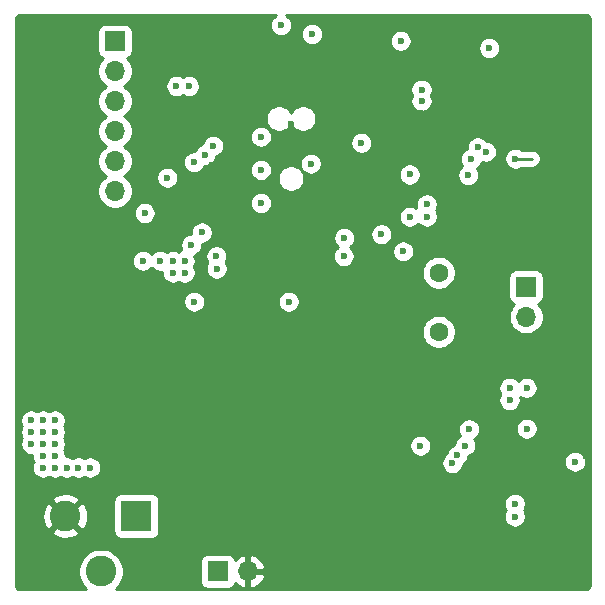
<source format=gbr>
%TF.GenerationSoftware,KiCad,Pcbnew,(5.1.6)-1*%
%TF.CreationDate,2021-07-30T18:26:22-07:00*%
%TF.ProjectId,Coil Driver,436f696c-2044-4726-9976-65722e6b6963,rev?*%
%TF.SameCoordinates,Original*%
%TF.FileFunction,Copper,L2,Inr*%
%TF.FilePolarity,Positive*%
%FSLAX46Y46*%
G04 Gerber Fmt 4.6, Leading zero omitted, Abs format (unit mm)*
G04 Created by KiCad (PCBNEW (5.1.6)-1) date 2021-07-30 18:26:22*
%MOMM*%
%LPD*%
G01*
G04 APERTURE LIST*
%TA.AperFunction,ViaPad*%
%ADD10O,1.700000X1.700000*%
%TD*%
%TA.AperFunction,ViaPad*%
%ADD11R,1.700000X1.700000*%
%TD*%
%TA.AperFunction,ViaPad*%
%ADD12C,2.600000*%
%TD*%
%TA.AperFunction,ViaPad*%
%ADD13R,2.600000X2.600000*%
%TD*%
%TA.AperFunction,ViaPad*%
%ADD14C,1.600000*%
%TD*%
%TA.AperFunction,ViaPad*%
%ADD15C,0.600000*%
%TD*%
%TA.AperFunction,Conductor*%
%ADD16C,0.254000*%
%TD*%
G04 APERTURE END LIST*
D10*
%TO.N,/VSW-*%
%TO.C,L2*%
X169900000Y-99240000D03*
D11*
%TO.N,Net-(C17-Pad1)*%
X169900000Y-96700000D03*
%TD*%
D10*
%TO.N,/EX1*%
%TO.C,J4*%
X135100000Y-88600000D03*
%TO.N,/EX2*%
X135100000Y-86060000D03*
%TO.N,/EX3*%
X135100000Y-83520000D03*
%TO.N,/LD3*%
X135100000Y-80980000D03*
%TO.N,/LD2*%
X135100000Y-78440000D03*
D11*
%TO.N,/LD1*%
X135100000Y-75900000D03*
%TD*%
D10*
%TO.N,GND*%
%TO.C,J2*%
X146340000Y-120800000D03*
D11*
%TO.N,VDD*%
X143800000Y-120800000D03*
%TD*%
D12*
%TO.N,Net-(J1-Pad3)*%
%TO.C,J1*%
X133900000Y-120800000D03*
%TO.N,GND*%
X130900000Y-116100000D03*
D13*
%TO.N,VDD*%
X136900000Y-116100000D03*
%TD*%
D14*
%TO.N,/VSW+*%
%TO.C,C17*%
X162500000Y-95500000D03*
%TO.N,Net-(C17-Pad1)*%
X162500000Y-100500000D03*
%TD*%
D15*
%TO.N,GND*%
X163750000Y-85300000D03*
X131100000Y-77300000D03*
X130100000Y-78350000D03*
X129700000Y-101800000D03*
X132400000Y-103300000D03*
X131100000Y-83300000D03*
X130100000Y-84300000D03*
X131100000Y-89300000D03*
X130100000Y-90350000D03*
X139150000Y-99750000D03*
X139650000Y-98850000D03*
X139650000Y-100600000D03*
X135750000Y-99700000D03*
X135600000Y-101100000D03*
X137400000Y-98100000D03*
X138900000Y-98100000D03*
X139950000Y-97100000D03*
X143800000Y-97900000D03*
X147800000Y-97900000D03*
X151800000Y-97900000D03*
X147700000Y-113950000D03*
X147700000Y-116700000D03*
X150050000Y-115300000D03*
X147700000Y-106700000D03*
X147700000Y-109450000D03*
X150050000Y-108100000D03*
X132400000Y-104550000D03*
X130950000Y-105200000D03*
X137650000Y-102200000D03*
X137650000Y-103700000D03*
X136650000Y-104700000D03*
X138850000Y-101500000D03*
X137600000Y-101100000D03*
X139450000Y-90750000D03*
X138900000Y-91800000D03*
X140250000Y-93150000D03*
X146550000Y-88300000D03*
X146550000Y-85500000D03*
X146550000Y-82650000D03*
X150400000Y-78700000D03*
X148240000Y-76590000D03*
X150450000Y-74300000D03*
X153100000Y-74300000D03*
X155650000Y-74300000D03*
X160700000Y-74300000D03*
X163150000Y-74300000D03*
X168150000Y-74300000D03*
X170650000Y-74300000D03*
X173400000Y-74300000D03*
X150000000Y-82900000D03*
X151400000Y-84200000D03*
X144750000Y-78650000D03*
X143900000Y-79550000D03*
X140150000Y-78650000D03*
X139200000Y-79550000D03*
X138200000Y-80600000D03*
X139050000Y-81650000D03*
X140650000Y-87650000D03*
X166050000Y-113700000D03*
X165950000Y-114550000D03*
X165400000Y-115600000D03*
X166300000Y-116650000D03*
X163850000Y-82350000D03*
X163950000Y-81650000D03*
X164650000Y-80350000D03*
X164600000Y-81200000D03*
X160400000Y-108150000D03*
X162800000Y-107300000D03*
X161500000Y-109150000D03*
X159500000Y-112700000D03*
X172550000Y-107800000D03*
X171550000Y-108800000D03*
X171550000Y-105250000D03*
X172550000Y-106300000D03*
X161300000Y-103750000D03*
X159500000Y-102300000D03*
X159500000Y-105200000D03*
X157700000Y-103750000D03*
X170500000Y-93650000D03*
X172350000Y-92250000D03*
X170500000Y-90750000D03*
X168650000Y-92250000D03*
X169550000Y-87850000D03*
X168500000Y-86800000D03*
X167650000Y-86750000D03*
X167500000Y-88650000D03*
X170500000Y-83250000D03*
X171550000Y-84250000D03*
X157450000Y-88200000D03*
X157450000Y-89700000D03*
X158450000Y-90750000D03*
X158450000Y-87200000D03*
X166250000Y-110500000D03*
X141000000Y-77850000D03*
X143900000Y-77850000D03*
X163150000Y-82350000D03*
X166750000Y-113550000D03*
X166629410Y-83604800D03*
X162350000Y-109220590D03*
X127000000Y-97000000D03*
X127000000Y-93000000D03*
X127000000Y-88000000D03*
X127000000Y-83000000D03*
X127000000Y-78000000D03*
X127000000Y-74000000D03*
X132000000Y-74000000D03*
X137000000Y-74000000D03*
X142000000Y-74000000D03*
X147000000Y-74000000D03*
X175000000Y-74000000D03*
X175000000Y-79000000D03*
X175000000Y-89000000D03*
X175000000Y-99000000D03*
X175000000Y-109000000D03*
X175000000Y-119000000D03*
X175000000Y-122000000D03*
X170000000Y-122000000D03*
X165000000Y-122000000D03*
X160000000Y-122000000D03*
X155000000Y-122000000D03*
X150000000Y-122000000D03*
X130000000Y-122000000D03*
X127000000Y-122000000D03*
X127000000Y-117000000D03*
X127000000Y-112000000D03*
X154000000Y-79000000D03*
X133000000Y-83000000D03*
X133000000Y-89000000D03*
X137000000Y-76000000D03*
X138000000Y-79000000D03*
X146000000Y-76000000D03*
X139000000Y-77000000D03*
X151000000Y-81000000D03*
X143300000Y-86350000D03*
X144000000Y-105000000D03*
X140000000Y-105000000D03*
X144000000Y-102000000D03*
X146000000Y-105000000D03*
X146000000Y-102000000D03*
X153500000Y-105000000D03*
X145000000Y-96000000D03*
X149000000Y-96000000D03*
X127000000Y-104000000D03*
X133000000Y-114000000D03*
X128000000Y-114000000D03*
X133000000Y-118000000D03*
X129000000Y-120000000D03*
X152000000Y-112000000D03*
X152000000Y-118000000D03*
X157000000Y-118000000D03*
X162000000Y-118000000D03*
X156000000Y-112000000D03*
X172000000Y-118000000D03*
X172000000Y-114000000D03*
X159000000Y-108000000D03*
X157000000Y-106000000D03*
X156000000Y-104000000D03*
X156000000Y-102000000D03*
X156000000Y-100000000D03*
X156000000Y-98000000D03*
X156000000Y-96000000D03*
X156000000Y-94000000D03*
X156000000Y-92000000D03*
X156000000Y-90000000D03*
X156000000Y-88000000D03*
X158000000Y-82000000D03*
X167000000Y-80000000D03*
X161000000Y-82000000D03*
X167000000Y-81000000D03*
X172000000Y-89000000D03*
X172000000Y-81000000D03*
X165000000Y-96000000D03*
X167000000Y-94000000D03*
X165000000Y-102000000D03*
X167000000Y-100000000D03*
X171000000Y-102000000D03*
X150000000Y-103000000D03*
X154000000Y-115000000D03*
X158000000Y-115000000D03*
X156980000Y-78970000D03*
X152640000Y-83000000D03*
X152640000Y-87000000D03*
X148330000Y-91810000D03*
X153500000Y-97000000D03*
X153500000Y-101000000D03*
X153500000Y-107000000D03*
X155550000Y-109000000D03*
X157550000Y-111000000D03*
X161000000Y-114000000D03*
X163000000Y-116000000D03*
X166000000Y-118000000D03*
X173000000Y-115000000D03*
X175000000Y-113000000D03*
X175000000Y-111000000D03*
X175000000Y-107000000D03*
X175000000Y-105000000D03*
X175000000Y-103000000D03*
X175000000Y-101000000D03*
X175000000Y-97000000D03*
X175000000Y-95000000D03*
X175000000Y-93000000D03*
X175000000Y-91000000D03*
X175000000Y-87000000D03*
X175000000Y-85000000D03*
X175000000Y-83000000D03*
X169000000Y-79000000D03*
X171000000Y-79000000D03*
X173000000Y-79000000D03*
X160720000Y-78150000D03*
X162720000Y-78150000D03*
X153000000Y-93250000D03*
X129500000Y-98750000D03*
X129500000Y-99500000D03*
X128500000Y-99500000D03*
X128500000Y-98750000D03*
X134850000Y-106950000D03*
X139000000Y-85900000D03*
X137050000Y-84550000D03*
X154980000Y-80970000D03*
X175000000Y-81000000D03*
X159000000Y-98000000D03*
%TO.N,+12V*%
X128000000Y-108000000D03*
X129000000Y-108000000D03*
X130000000Y-108000000D03*
X128000000Y-109000000D03*
X129000000Y-109000000D03*
X130000000Y-109000000D03*
X128000000Y-110000000D03*
X129000000Y-110000000D03*
X130000000Y-110000000D03*
X130000000Y-111000000D03*
X129000000Y-111000000D03*
X130000000Y-112000000D03*
X129000000Y-112000000D03*
X131000000Y-112000000D03*
X132000000Y-112000000D03*
X133000000Y-112000000D03*
X149800000Y-97950000D03*
X161050000Y-80950000D03*
X160050000Y-90750000D03*
X161500000Y-89700000D03*
X161500000Y-90750000D03*
X168500000Y-105250000D03*
X169950000Y-105250000D03*
X168500000Y-106300000D03*
X157650000Y-92250000D03*
X159500000Y-93700000D03*
X169950000Y-108700000D03*
X160047341Y-87187410D03*
X168950000Y-115050000D03*
X168950000Y-116150022D03*
X161050000Y-80000000D03*
%TO.N,/VSW+*%
X165000000Y-87250000D03*
X155950000Y-84500000D03*
%TO.N,+3V3*%
X138925000Y-94500000D03*
X137450000Y-94500000D03*
X140000000Y-94500000D03*
X141000000Y-94500000D03*
X140000000Y-95500000D03*
X141000000Y-95500000D03*
X140300009Y-79700005D03*
X141349987Y-79700013D03*
X141550000Y-93150000D03*
X142450000Y-92100000D03*
X147450000Y-89600000D03*
X147450000Y-86800000D03*
X147450000Y-84000000D03*
X149150000Y-74550000D03*
X141800000Y-97950000D03*
X151680000Y-86270000D03*
%TO.N,Net-(C23-Pad1)*%
X143425000Y-84750000D03*
X166775000Y-76475000D03*
%TO.N,/VSW-*%
X174050000Y-111500000D03*
X165079410Y-108750000D03*
%TO.N,Net-(C27-Pad1)*%
X141775000Y-86150000D03*
X151775000Y-75295600D03*
%TO.N,/GD_EN*%
X164750000Y-110150000D03*
X169000000Y-85850000D03*
X137600000Y-90450000D03*
X143700000Y-95150000D03*
X165237594Y-85873012D03*
X160950026Y-110150000D03*
%TO.N,/HIN*%
X154500000Y-92550000D03*
X165800000Y-84900000D03*
X164075005Y-110975005D03*
%TO.N,/LIN*%
X154450000Y-94100000D03*
X166500000Y-85270590D03*
X163669427Y-111617033D03*
%TO.N,Net-(R24-Pad2)*%
X139525000Y-87450000D03*
X143675000Y-94100000D03*
%TO.N,Net-(C26-Pad1)*%
X142750000Y-85500000D03*
X159275000Y-75875000D03*
%TD*%
D16*
%TO.N,/GD_EN*%
X169000000Y-85850000D02*
X170400000Y-85850000D01*
%TD*%
%TO.N,GND*%
G36*
X148707111Y-73721414D02*
G01*
X148553972Y-73823738D01*
X148423738Y-73953972D01*
X148321414Y-74107111D01*
X148250932Y-74277271D01*
X148215000Y-74457911D01*
X148215000Y-74642089D01*
X148250932Y-74822729D01*
X148321414Y-74992889D01*
X148423738Y-75146028D01*
X148553972Y-75276262D01*
X148707111Y-75378586D01*
X148877271Y-75449068D01*
X149057911Y-75485000D01*
X149242089Y-75485000D01*
X149422729Y-75449068D01*
X149592889Y-75378586D01*
X149746028Y-75276262D01*
X149818779Y-75203511D01*
X150840000Y-75203511D01*
X150840000Y-75387689D01*
X150875932Y-75568329D01*
X150946414Y-75738489D01*
X151048738Y-75891628D01*
X151178972Y-76021862D01*
X151332111Y-76124186D01*
X151502271Y-76194668D01*
X151682911Y-76230600D01*
X151867089Y-76230600D01*
X152047729Y-76194668D01*
X152217889Y-76124186D01*
X152371028Y-76021862D01*
X152501262Y-75891628D01*
X152573904Y-75782911D01*
X158340000Y-75782911D01*
X158340000Y-75967089D01*
X158375932Y-76147729D01*
X158446414Y-76317889D01*
X158548738Y-76471028D01*
X158678972Y-76601262D01*
X158832111Y-76703586D01*
X159002271Y-76774068D01*
X159182911Y-76810000D01*
X159367089Y-76810000D01*
X159547729Y-76774068D01*
X159717889Y-76703586D01*
X159871028Y-76601262D01*
X160001262Y-76471028D01*
X160060139Y-76382911D01*
X165840000Y-76382911D01*
X165840000Y-76567089D01*
X165875932Y-76747729D01*
X165946414Y-76917889D01*
X166048738Y-77071028D01*
X166178972Y-77201262D01*
X166332111Y-77303586D01*
X166502271Y-77374068D01*
X166682911Y-77410000D01*
X166867089Y-77410000D01*
X167047729Y-77374068D01*
X167217889Y-77303586D01*
X167371028Y-77201262D01*
X167501262Y-77071028D01*
X167603586Y-76917889D01*
X167674068Y-76747729D01*
X167710000Y-76567089D01*
X167710000Y-76382911D01*
X167674068Y-76202271D01*
X167603586Y-76032111D01*
X167501262Y-75878972D01*
X167371028Y-75748738D01*
X167217889Y-75646414D01*
X167047729Y-75575932D01*
X166867089Y-75540000D01*
X166682911Y-75540000D01*
X166502271Y-75575932D01*
X166332111Y-75646414D01*
X166178972Y-75748738D01*
X166048738Y-75878972D01*
X165946414Y-76032111D01*
X165875932Y-76202271D01*
X165840000Y-76382911D01*
X160060139Y-76382911D01*
X160103586Y-76317889D01*
X160174068Y-76147729D01*
X160210000Y-75967089D01*
X160210000Y-75782911D01*
X160174068Y-75602271D01*
X160103586Y-75432111D01*
X160001262Y-75278972D01*
X159871028Y-75148738D01*
X159717889Y-75046414D01*
X159547729Y-74975932D01*
X159367089Y-74940000D01*
X159182911Y-74940000D01*
X159002271Y-74975932D01*
X158832111Y-75046414D01*
X158678972Y-75148738D01*
X158548738Y-75278972D01*
X158446414Y-75432111D01*
X158375932Y-75602271D01*
X158340000Y-75782911D01*
X152573904Y-75782911D01*
X152603586Y-75738489D01*
X152674068Y-75568329D01*
X152710000Y-75387689D01*
X152710000Y-75203511D01*
X152674068Y-75022871D01*
X152603586Y-74852711D01*
X152501262Y-74699572D01*
X152371028Y-74569338D01*
X152217889Y-74467014D01*
X152047729Y-74396532D01*
X151867089Y-74360600D01*
X151682911Y-74360600D01*
X151502271Y-74396532D01*
X151332111Y-74467014D01*
X151178972Y-74569338D01*
X151048738Y-74699572D01*
X150946414Y-74852711D01*
X150875932Y-75022871D01*
X150840000Y-75203511D01*
X149818779Y-75203511D01*
X149876262Y-75146028D01*
X149978586Y-74992889D01*
X150049068Y-74822729D01*
X150085000Y-74642089D01*
X150085000Y-74457911D01*
X150049068Y-74277271D01*
X149978586Y-74107111D01*
X149876262Y-73953972D01*
X149746028Y-73823738D01*
X149592889Y-73721414D01*
X149565333Y-73710000D01*
X174965278Y-73710000D01*
X175055665Y-73718863D01*
X175109214Y-73735030D01*
X175158597Y-73761288D01*
X175201945Y-73796641D01*
X175237600Y-73839740D01*
X175264201Y-73888937D01*
X175280742Y-73942375D01*
X175290000Y-74030455D01*
X175290001Y-121965269D01*
X175281138Y-122055664D01*
X175264970Y-122109214D01*
X175238712Y-122158597D01*
X175203357Y-122201947D01*
X175160261Y-122237599D01*
X175111063Y-122264201D01*
X175057625Y-122280742D01*
X174969545Y-122290000D01*
X135146504Y-122290000D01*
X135403013Y-122033491D01*
X135614775Y-121716566D01*
X135760639Y-121364419D01*
X135835000Y-120990581D01*
X135835000Y-120609419D01*
X135760639Y-120235581D01*
X135642348Y-119950000D01*
X142311928Y-119950000D01*
X142311928Y-121650000D01*
X142324188Y-121774482D01*
X142360498Y-121894180D01*
X142419463Y-122004494D01*
X142498815Y-122101185D01*
X142595506Y-122180537D01*
X142705820Y-122239502D01*
X142825518Y-122275812D01*
X142950000Y-122288072D01*
X144650000Y-122288072D01*
X144774482Y-122275812D01*
X144894180Y-122239502D01*
X145004494Y-122180537D01*
X145101185Y-122101185D01*
X145180537Y-122004494D01*
X145239502Y-121894180D01*
X145263966Y-121813534D01*
X145339731Y-121897588D01*
X145573080Y-122071641D01*
X145835901Y-122196825D01*
X145983110Y-122241476D01*
X146213000Y-122120155D01*
X146213000Y-120927000D01*
X146467000Y-120927000D01*
X146467000Y-122120155D01*
X146696890Y-122241476D01*
X146844099Y-122196825D01*
X147106920Y-122071641D01*
X147340269Y-121897588D01*
X147535178Y-121681355D01*
X147684157Y-121431252D01*
X147781481Y-121156891D01*
X147660814Y-120927000D01*
X146467000Y-120927000D01*
X146213000Y-120927000D01*
X146193000Y-120927000D01*
X146193000Y-120673000D01*
X146213000Y-120673000D01*
X146213000Y-119479845D01*
X146467000Y-119479845D01*
X146467000Y-120673000D01*
X147660814Y-120673000D01*
X147781481Y-120443109D01*
X147684157Y-120168748D01*
X147535178Y-119918645D01*
X147340269Y-119702412D01*
X147106920Y-119528359D01*
X146844099Y-119403175D01*
X146696890Y-119358524D01*
X146467000Y-119479845D01*
X146213000Y-119479845D01*
X145983110Y-119358524D01*
X145835901Y-119403175D01*
X145573080Y-119528359D01*
X145339731Y-119702412D01*
X145263966Y-119786466D01*
X145239502Y-119705820D01*
X145180537Y-119595506D01*
X145101185Y-119498815D01*
X145004494Y-119419463D01*
X144894180Y-119360498D01*
X144774482Y-119324188D01*
X144650000Y-119311928D01*
X142950000Y-119311928D01*
X142825518Y-119324188D01*
X142705820Y-119360498D01*
X142595506Y-119419463D01*
X142498815Y-119498815D01*
X142419463Y-119595506D01*
X142360498Y-119705820D01*
X142324188Y-119825518D01*
X142311928Y-119950000D01*
X135642348Y-119950000D01*
X135614775Y-119883434D01*
X135403013Y-119566509D01*
X135133491Y-119296987D01*
X134816566Y-119085225D01*
X134464419Y-118939361D01*
X134090581Y-118865000D01*
X133709419Y-118865000D01*
X133335581Y-118939361D01*
X132983434Y-119085225D01*
X132666509Y-119296987D01*
X132396987Y-119566509D01*
X132185225Y-119883434D01*
X132039361Y-120235581D01*
X131965000Y-120609419D01*
X131965000Y-120990581D01*
X132039361Y-121364419D01*
X132185225Y-121716566D01*
X132396987Y-122033491D01*
X132653496Y-122290000D01*
X127034721Y-122290000D01*
X126944336Y-122281138D01*
X126890786Y-122264970D01*
X126841403Y-122238712D01*
X126798053Y-122203357D01*
X126762401Y-122160261D01*
X126735799Y-122111063D01*
X126719258Y-122057625D01*
X126710000Y-121969545D01*
X126710000Y-117449224D01*
X129730381Y-117449224D01*
X129862317Y-117744312D01*
X130203045Y-117915159D01*
X130570557Y-118016250D01*
X130950729Y-118043701D01*
X131328951Y-117996457D01*
X131690690Y-117876333D01*
X131937683Y-117744312D01*
X132069619Y-117449224D01*
X130900000Y-116279605D01*
X129730381Y-117449224D01*
X126710000Y-117449224D01*
X126710000Y-116150729D01*
X128956299Y-116150729D01*
X129003543Y-116528951D01*
X129123667Y-116890690D01*
X129255688Y-117137683D01*
X129550776Y-117269619D01*
X130720395Y-116100000D01*
X131079605Y-116100000D01*
X132249224Y-117269619D01*
X132544312Y-117137683D01*
X132715159Y-116796955D01*
X132816250Y-116429443D01*
X132843701Y-116049271D01*
X132796457Y-115671049D01*
X132676333Y-115309310D01*
X132544312Y-115062317D01*
X132249224Y-114930381D01*
X131079605Y-116100000D01*
X130720395Y-116100000D01*
X129550776Y-114930381D01*
X129255688Y-115062317D01*
X129084841Y-115403045D01*
X128983750Y-115770557D01*
X128956299Y-116150729D01*
X126710000Y-116150729D01*
X126710000Y-114750776D01*
X129730381Y-114750776D01*
X130900000Y-115920395D01*
X132020395Y-114800000D01*
X134961928Y-114800000D01*
X134961928Y-117400000D01*
X134974188Y-117524482D01*
X135010498Y-117644180D01*
X135069463Y-117754494D01*
X135148815Y-117851185D01*
X135245506Y-117930537D01*
X135355820Y-117989502D01*
X135475518Y-118025812D01*
X135600000Y-118038072D01*
X138200000Y-118038072D01*
X138324482Y-118025812D01*
X138444180Y-117989502D01*
X138554494Y-117930537D01*
X138651185Y-117851185D01*
X138730537Y-117754494D01*
X138789502Y-117644180D01*
X138825812Y-117524482D01*
X138838072Y-117400000D01*
X138838072Y-114957911D01*
X168015000Y-114957911D01*
X168015000Y-115142089D01*
X168050932Y-115322729D01*
X168121414Y-115492889D01*
X168192990Y-115600011D01*
X168121414Y-115707133D01*
X168050932Y-115877293D01*
X168015000Y-116057933D01*
X168015000Y-116242111D01*
X168050932Y-116422751D01*
X168121414Y-116592911D01*
X168223738Y-116746050D01*
X168353972Y-116876284D01*
X168507111Y-116978608D01*
X168677271Y-117049090D01*
X168857911Y-117085022D01*
X169042089Y-117085022D01*
X169222729Y-117049090D01*
X169392889Y-116978608D01*
X169546028Y-116876284D01*
X169676262Y-116746050D01*
X169778586Y-116592911D01*
X169849068Y-116422751D01*
X169885000Y-116242111D01*
X169885000Y-116057933D01*
X169849068Y-115877293D01*
X169778586Y-115707133D01*
X169707010Y-115600011D01*
X169778586Y-115492889D01*
X169849068Y-115322729D01*
X169885000Y-115142089D01*
X169885000Y-114957911D01*
X169849068Y-114777271D01*
X169778586Y-114607111D01*
X169676262Y-114453972D01*
X169546028Y-114323738D01*
X169392889Y-114221414D01*
X169222729Y-114150932D01*
X169042089Y-114115000D01*
X168857911Y-114115000D01*
X168677271Y-114150932D01*
X168507111Y-114221414D01*
X168353972Y-114323738D01*
X168223738Y-114453972D01*
X168121414Y-114607111D01*
X168050932Y-114777271D01*
X168015000Y-114957911D01*
X138838072Y-114957911D01*
X138838072Y-114800000D01*
X138825812Y-114675518D01*
X138789502Y-114555820D01*
X138730537Y-114445506D01*
X138651185Y-114348815D01*
X138554494Y-114269463D01*
X138444180Y-114210498D01*
X138324482Y-114174188D01*
X138200000Y-114161928D01*
X135600000Y-114161928D01*
X135475518Y-114174188D01*
X135355820Y-114210498D01*
X135245506Y-114269463D01*
X135148815Y-114348815D01*
X135069463Y-114445506D01*
X135010498Y-114555820D01*
X134974188Y-114675518D01*
X134961928Y-114800000D01*
X132020395Y-114800000D01*
X132069619Y-114750776D01*
X131937683Y-114455688D01*
X131596955Y-114284841D01*
X131229443Y-114183750D01*
X130849271Y-114156299D01*
X130471049Y-114203543D01*
X130109310Y-114323667D01*
X129862317Y-114455688D01*
X129730381Y-114750776D01*
X126710000Y-114750776D01*
X126710000Y-107907911D01*
X127065000Y-107907911D01*
X127065000Y-108092089D01*
X127100932Y-108272729D01*
X127171414Y-108442889D01*
X127209574Y-108500000D01*
X127171414Y-108557111D01*
X127100932Y-108727271D01*
X127065000Y-108907911D01*
X127065000Y-109092089D01*
X127100932Y-109272729D01*
X127171414Y-109442889D01*
X127209574Y-109500000D01*
X127171414Y-109557111D01*
X127100932Y-109727271D01*
X127065000Y-109907911D01*
X127065000Y-110092089D01*
X127100932Y-110272729D01*
X127171414Y-110442889D01*
X127273738Y-110596028D01*
X127403972Y-110726262D01*
X127557111Y-110828586D01*
X127727271Y-110899068D01*
X127907911Y-110935000D01*
X128065000Y-110935000D01*
X128065000Y-111092089D01*
X128100932Y-111272729D01*
X128171414Y-111442889D01*
X128209574Y-111500000D01*
X128171414Y-111557111D01*
X128100932Y-111727271D01*
X128065000Y-111907911D01*
X128065000Y-112092089D01*
X128100932Y-112272729D01*
X128171414Y-112442889D01*
X128273738Y-112596028D01*
X128403972Y-112726262D01*
X128557111Y-112828586D01*
X128727271Y-112899068D01*
X128907911Y-112935000D01*
X129092089Y-112935000D01*
X129272729Y-112899068D01*
X129442889Y-112828586D01*
X129500000Y-112790426D01*
X129557111Y-112828586D01*
X129727271Y-112899068D01*
X129907911Y-112935000D01*
X130092089Y-112935000D01*
X130272729Y-112899068D01*
X130442889Y-112828586D01*
X130500000Y-112790426D01*
X130557111Y-112828586D01*
X130727271Y-112899068D01*
X130907911Y-112935000D01*
X131092089Y-112935000D01*
X131272729Y-112899068D01*
X131442889Y-112828586D01*
X131500000Y-112790426D01*
X131557111Y-112828586D01*
X131727271Y-112899068D01*
X131907911Y-112935000D01*
X132092089Y-112935000D01*
X132272729Y-112899068D01*
X132442889Y-112828586D01*
X132500000Y-112790426D01*
X132557111Y-112828586D01*
X132727271Y-112899068D01*
X132907911Y-112935000D01*
X133092089Y-112935000D01*
X133272729Y-112899068D01*
X133442889Y-112828586D01*
X133596028Y-112726262D01*
X133726262Y-112596028D01*
X133828586Y-112442889D01*
X133899068Y-112272729D01*
X133935000Y-112092089D01*
X133935000Y-111907911D01*
X133899068Y-111727271D01*
X133828586Y-111557111D01*
X133807093Y-111524944D01*
X162734427Y-111524944D01*
X162734427Y-111709122D01*
X162770359Y-111889762D01*
X162840841Y-112059922D01*
X162943165Y-112213061D01*
X163073399Y-112343295D01*
X163226538Y-112445619D01*
X163396698Y-112516101D01*
X163577338Y-112552033D01*
X163761516Y-112552033D01*
X163942156Y-112516101D01*
X164112316Y-112445619D01*
X164265455Y-112343295D01*
X164395689Y-112213061D01*
X164498013Y-112059922D01*
X164568495Y-111889762D01*
X164596019Y-111751389D01*
X164671033Y-111701267D01*
X164801267Y-111571033D01*
X164903591Y-111417894D01*
X164907726Y-111407911D01*
X173115000Y-111407911D01*
X173115000Y-111592089D01*
X173150932Y-111772729D01*
X173221414Y-111942889D01*
X173323738Y-112096028D01*
X173453972Y-112226262D01*
X173607111Y-112328586D01*
X173777271Y-112399068D01*
X173957911Y-112435000D01*
X174142089Y-112435000D01*
X174322729Y-112399068D01*
X174492889Y-112328586D01*
X174646028Y-112226262D01*
X174776262Y-112096028D01*
X174878586Y-111942889D01*
X174949068Y-111772729D01*
X174985000Y-111592089D01*
X174985000Y-111407911D01*
X174949068Y-111227271D01*
X174878586Y-111057111D01*
X174776262Y-110903972D01*
X174646028Y-110773738D01*
X174492889Y-110671414D01*
X174322729Y-110600932D01*
X174142089Y-110565000D01*
X173957911Y-110565000D01*
X173777271Y-110600932D01*
X173607111Y-110671414D01*
X173453972Y-110773738D01*
X173323738Y-110903972D01*
X173221414Y-111057111D01*
X173150932Y-111227271D01*
X173115000Y-111407911D01*
X164907726Y-111407911D01*
X164974073Y-111247734D01*
X165010005Y-111067094D01*
X165010005Y-111051599D01*
X165022729Y-111049068D01*
X165192889Y-110978586D01*
X165346028Y-110876262D01*
X165476262Y-110746028D01*
X165578586Y-110592889D01*
X165649068Y-110422729D01*
X165685000Y-110242089D01*
X165685000Y-110057911D01*
X165649068Y-109877271D01*
X165578586Y-109707111D01*
X165499123Y-109588186D01*
X165522299Y-109578586D01*
X165675438Y-109476262D01*
X165805672Y-109346028D01*
X165907996Y-109192889D01*
X165978478Y-109022729D01*
X166014410Y-108842089D01*
X166014410Y-108657911D01*
X166004465Y-108607911D01*
X169015000Y-108607911D01*
X169015000Y-108792089D01*
X169050932Y-108972729D01*
X169121414Y-109142889D01*
X169223738Y-109296028D01*
X169353972Y-109426262D01*
X169507111Y-109528586D01*
X169677271Y-109599068D01*
X169857911Y-109635000D01*
X170042089Y-109635000D01*
X170222729Y-109599068D01*
X170392889Y-109528586D01*
X170546028Y-109426262D01*
X170676262Y-109296028D01*
X170778586Y-109142889D01*
X170849068Y-108972729D01*
X170885000Y-108792089D01*
X170885000Y-108607911D01*
X170849068Y-108427271D01*
X170778586Y-108257111D01*
X170676262Y-108103972D01*
X170546028Y-107973738D01*
X170392889Y-107871414D01*
X170222729Y-107800932D01*
X170042089Y-107765000D01*
X169857911Y-107765000D01*
X169677271Y-107800932D01*
X169507111Y-107871414D01*
X169353972Y-107973738D01*
X169223738Y-108103972D01*
X169121414Y-108257111D01*
X169050932Y-108427271D01*
X169015000Y-108607911D01*
X166004465Y-108607911D01*
X165978478Y-108477271D01*
X165907996Y-108307111D01*
X165805672Y-108153972D01*
X165675438Y-108023738D01*
X165522299Y-107921414D01*
X165352139Y-107850932D01*
X165171499Y-107815000D01*
X164987321Y-107815000D01*
X164806681Y-107850932D01*
X164636521Y-107921414D01*
X164483382Y-108023738D01*
X164353148Y-108153972D01*
X164250824Y-108307111D01*
X164180342Y-108477271D01*
X164144410Y-108657911D01*
X164144410Y-108842089D01*
X164180342Y-109022729D01*
X164250824Y-109192889D01*
X164330287Y-109311814D01*
X164307111Y-109321414D01*
X164153972Y-109423738D01*
X164023738Y-109553972D01*
X163921414Y-109707111D01*
X163850932Y-109877271D01*
X163815000Y-110057911D01*
X163815000Y-110073406D01*
X163802276Y-110075937D01*
X163632116Y-110146419D01*
X163478977Y-110248743D01*
X163348743Y-110378977D01*
X163246419Y-110532116D01*
X163175937Y-110702276D01*
X163148413Y-110840649D01*
X163073399Y-110890771D01*
X162943165Y-111021005D01*
X162840841Y-111174144D01*
X162770359Y-111344304D01*
X162734427Y-111524944D01*
X133807093Y-111524944D01*
X133726262Y-111403972D01*
X133596028Y-111273738D01*
X133442889Y-111171414D01*
X133272729Y-111100932D01*
X133092089Y-111065000D01*
X132907911Y-111065000D01*
X132727271Y-111100932D01*
X132557111Y-111171414D01*
X132500000Y-111209574D01*
X132442889Y-111171414D01*
X132272729Y-111100932D01*
X132092089Y-111065000D01*
X131907911Y-111065000D01*
X131727271Y-111100932D01*
X131557111Y-111171414D01*
X131500000Y-111209574D01*
X131442889Y-111171414D01*
X131272729Y-111100932D01*
X131092089Y-111065000D01*
X130935000Y-111065000D01*
X130935000Y-110907911D01*
X130899068Y-110727271D01*
X130828586Y-110557111D01*
X130790426Y-110500000D01*
X130828586Y-110442889D01*
X130899068Y-110272729D01*
X130935000Y-110092089D01*
X130935000Y-110057911D01*
X160015026Y-110057911D01*
X160015026Y-110242089D01*
X160050958Y-110422729D01*
X160121440Y-110592889D01*
X160223764Y-110746028D01*
X160353998Y-110876262D01*
X160507137Y-110978586D01*
X160677297Y-111049068D01*
X160857937Y-111085000D01*
X161042115Y-111085000D01*
X161222755Y-111049068D01*
X161392915Y-110978586D01*
X161546054Y-110876262D01*
X161676288Y-110746028D01*
X161778612Y-110592889D01*
X161849094Y-110422729D01*
X161885026Y-110242089D01*
X161885026Y-110057911D01*
X161849094Y-109877271D01*
X161778612Y-109707111D01*
X161676288Y-109553972D01*
X161546054Y-109423738D01*
X161392915Y-109321414D01*
X161222755Y-109250932D01*
X161042115Y-109215000D01*
X160857937Y-109215000D01*
X160677297Y-109250932D01*
X160507137Y-109321414D01*
X160353998Y-109423738D01*
X160223764Y-109553972D01*
X160121440Y-109707111D01*
X160050958Y-109877271D01*
X160015026Y-110057911D01*
X130935000Y-110057911D01*
X130935000Y-109907911D01*
X130899068Y-109727271D01*
X130828586Y-109557111D01*
X130790426Y-109500000D01*
X130828586Y-109442889D01*
X130899068Y-109272729D01*
X130935000Y-109092089D01*
X130935000Y-108907911D01*
X130899068Y-108727271D01*
X130828586Y-108557111D01*
X130790426Y-108500000D01*
X130828586Y-108442889D01*
X130899068Y-108272729D01*
X130935000Y-108092089D01*
X130935000Y-107907911D01*
X130899068Y-107727271D01*
X130828586Y-107557111D01*
X130726262Y-107403972D01*
X130596028Y-107273738D01*
X130442889Y-107171414D01*
X130272729Y-107100932D01*
X130092089Y-107065000D01*
X129907911Y-107065000D01*
X129727271Y-107100932D01*
X129557111Y-107171414D01*
X129500000Y-107209574D01*
X129442889Y-107171414D01*
X129272729Y-107100932D01*
X129092089Y-107065000D01*
X128907911Y-107065000D01*
X128727271Y-107100932D01*
X128557111Y-107171414D01*
X128500000Y-107209574D01*
X128442889Y-107171414D01*
X128272729Y-107100932D01*
X128092089Y-107065000D01*
X127907911Y-107065000D01*
X127727271Y-107100932D01*
X127557111Y-107171414D01*
X127403972Y-107273738D01*
X127273738Y-107403972D01*
X127171414Y-107557111D01*
X127100932Y-107727271D01*
X127065000Y-107907911D01*
X126710000Y-107907911D01*
X126710000Y-105157911D01*
X167565000Y-105157911D01*
X167565000Y-105342089D01*
X167600932Y-105522729D01*
X167671414Y-105692889D01*
X167726279Y-105775000D01*
X167671414Y-105857111D01*
X167600932Y-106027271D01*
X167565000Y-106207911D01*
X167565000Y-106392089D01*
X167600932Y-106572729D01*
X167671414Y-106742889D01*
X167773738Y-106896028D01*
X167903972Y-107026262D01*
X168057111Y-107128586D01*
X168227271Y-107199068D01*
X168407911Y-107235000D01*
X168592089Y-107235000D01*
X168772729Y-107199068D01*
X168942889Y-107128586D01*
X169096028Y-107026262D01*
X169226262Y-106896028D01*
X169328586Y-106742889D01*
X169399068Y-106572729D01*
X169435000Y-106392089D01*
X169435000Y-106207911D01*
X169399068Y-106027271D01*
X169387111Y-105998405D01*
X169507111Y-106078586D01*
X169677271Y-106149068D01*
X169857911Y-106185000D01*
X170042089Y-106185000D01*
X170222729Y-106149068D01*
X170392889Y-106078586D01*
X170546028Y-105976262D01*
X170676262Y-105846028D01*
X170778586Y-105692889D01*
X170849068Y-105522729D01*
X170885000Y-105342089D01*
X170885000Y-105157911D01*
X170849068Y-104977271D01*
X170778586Y-104807111D01*
X170676262Y-104653972D01*
X170546028Y-104523738D01*
X170392889Y-104421414D01*
X170222729Y-104350932D01*
X170042089Y-104315000D01*
X169857911Y-104315000D01*
X169677271Y-104350932D01*
X169507111Y-104421414D01*
X169353972Y-104523738D01*
X169225000Y-104652710D01*
X169096028Y-104523738D01*
X168942889Y-104421414D01*
X168772729Y-104350932D01*
X168592089Y-104315000D01*
X168407911Y-104315000D01*
X168227271Y-104350932D01*
X168057111Y-104421414D01*
X167903972Y-104523738D01*
X167773738Y-104653972D01*
X167671414Y-104807111D01*
X167600932Y-104977271D01*
X167565000Y-105157911D01*
X126710000Y-105157911D01*
X126710000Y-100358665D01*
X161065000Y-100358665D01*
X161065000Y-100641335D01*
X161120147Y-100918574D01*
X161228320Y-101179727D01*
X161385363Y-101414759D01*
X161585241Y-101614637D01*
X161820273Y-101771680D01*
X162081426Y-101879853D01*
X162358665Y-101935000D01*
X162641335Y-101935000D01*
X162918574Y-101879853D01*
X163179727Y-101771680D01*
X163414759Y-101614637D01*
X163614637Y-101414759D01*
X163771680Y-101179727D01*
X163879853Y-100918574D01*
X163935000Y-100641335D01*
X163935000Y-100358665D01*
X163879853Y-100081426D01*
X163771680Y-99820273D01*
X163614637Y-99585241D01*
X163414759Y-99385363D01*
X163179727Y-99228320D01*
X162918574Y-99120147D01*
X162641335Y-99065000D01*
X162358665Y-99065000D01*
X162081426Y-99120147D01*
X161820273Y-99228320D01*
X161585241Y-99385363D01*
X161385363Y-99585241D01*
X161228320Y-99820273D01*
X161120147Y-100081426D01*
X161065000Y-100358665D01*
X126710000Y-100358665D01*
X126710000Y-97857911D01*
X140865000Y-97857911D01*
X140865000Y-98042089D01*
X140900932Y-98222729D01*
X140971414Y-98392889D01*
X141073738Y-98546028D01*
X141203972Y-98676262D01*
X141357111Y-98778586D01*
X141527271Y-98849068D01*
X141707911Y-98885000D01*
X141892089Y-98885000D01*
X142072729Y-98849068D01*
X142242889Y-98778586D01*
X142396028Y-98676262D01*
X142526262Y-98546028D01*
X142628586Y-98392889D01*
X142699068Y-98222729D01*
X142735000Y-98042089D01*
X142735000Y-97857911D01*
X148865000Y-97857911D01*
X148865000Y-98042089D01*
X148900932Y-98222729D01*
X148971414Y-98392889D01*
X149073738Y-98546028D01*
X149203972Y-98676262D01*
X149357111Y-98778586D01*
X149527271Y-98849068D01*
X149707911Y-98885000D01*
X149892089Y-98885000D01*
X150072729Y-98849068D01*
X150242889Y-98778586D01*
X150396028Y-98676262D01*
X150526262Y-98546028D01*
X150628586Y-98392889D01*
X150699068Y-98222729D01*
X150735000Y-98042089D01*
X150735000Y-97857911D01*
X150699068Y-97677271D01*
X150628586Y-97507111D01*
X150526262Y-97353972D01*
X150396028Y-97223738D01*
X150242889Y-97121414D01*
X150072729Y-97050932D01*
X149892089Y-97015000D01*
X149707911Y-97015000D01*
X149527271Y-97050932D01*
X149357111Y-97121414D01*
X149203972Y-97223738D01*
X149073738Y-97353972D01*
X148971414Y-97507111D01*
X148900932Y-97677271D01*
X148865000Y-97857911D01*
X142735000Y-97857911D01*
X142699068Y-97677271D01*
X142628586Y-97507111D01*
X142526262Y-97353972D01*
X142396028Y-97223738D01*
X142242889Y-97121414D01*
X142072729Y-97050932D01*
X141892089Y-97015000D01*
X141707911Y-97015000D01*
X141527271Y-97050932D01*
X141357111Y-97121414D01*
X141203972Y-97223738D01*
X141073738Y-97353972D01*
X140971414Y-97507111D01*
X140900932Y-97677271D01*
X140865000Y-97857911D01*
X126710000Y-97857911D01*
X126710000Y-94407911D01*
X136515000Y-94407911D01*
X136515000Y-94592089D01*
X136550932Y-94772729D01*
X136621414Y-94942889D01*
X136723738Y-95096028D01*
X136853972Y-95226262D01*
X137007111Y-95328586D01*
X137177271Y-95399068D01*
X137357911Y-95435000D01*
X137542089Y-95435000D01*
X137722729Y-95399068D01*
X137892889Y-95328586D01*
X138046028Y-95226262D01*
X138176262Y-95096028D01*
X138187500Y-95079209D01*
X138198738Y-95096028D01*
X138328972Y-95226262D01*
X138482111Y-95328586D01*
X138652271Y-95399068D01*
X138832911Y-95435000D01*
X139017089Y-95435000D01*
X139065000Y-95425470D01*
X139065000Y-95592089D01*
X139100932Y-95772729D01*
X139171414Y-95942889D01*
X139273738Y-96096028D01*
X139403972Y-96226262D01*
X139557111Y-96328586D01*
X139727271Y-96399068D01*
X139907911Y-96435000D01*
X140092089Y-96435000D01*
X140272729Y-96399068D01*
X140442889Y-96328586D01*
X140500000Y-96290426D01*
X140557111Y-96328586D01*
X140727271Y-96399068D01*
X140907911Y-96435000D01*
X141092089Y-96435000D01*
X141272729Y-96399068D01*
X141442889Y-96328586D01*
X141596028Y-96226262D01*
X141726262Y-96096028D01*
X141828586Y-95942889D01*
X141899068Y-95772729D01*
X141935000Y-95592089D01*
X141935000Y-95407911D01*
X141899068Y-95227271D01*
X141828586Y-95057111D01*
X141790426Y-95000000D01*
X141828586Y-94942889D01*
X141899068Y-94772729D01*
X141935000Y-94592089D01*
X141935000Y-94407911D01*
X141899068Y-94227271D01*
X141828586Y-94057111D01*
X141823107Y-94048911D01*
X141922091Y-94007911D01*
X142740000Y-94007911D01*
X142740000Y-94192089D01*
X142775932Y-94372729D01*
X142846414Y-94542889D01*
X142913779Y-94643708D01*
X142871414Y-94707111D01*
X142800932Y-94877271D01*
X142765000Y-95057911D01*
X142765000Y-95242089D01*
X142800932Y-95422729D01*
X142871414Y-95592889D01*
X142973738Y-95746028D01*
X143103972Y-95876262D01*
X143257111Y-95978586D01*
X143427271Y-96049068D01*
X143607911Y-96085000D01*
X143792089Y-96085000D01*
X143972729Y-96049068D01*
X144142889Y-95978586D01*
X144296028Y-95876262D01*
X144426262Y-95746028D01*
X144528586Y-95592889D01*
X144599068Y-95422729D01*
X144611811Y-95358665D01*
X161065000Y-95358665D01*
X161065000Y-95641335D01*
X161120147Y-95918574D01*
X161228320Y-96179727D01*
X161385363Y-96414759D01*
X161585241Y-96614637D01*
X161820273Y-96771680D01*
X162081426Y-96879853D01*
X162358665Y-96935000D01*
X162641335Y-96935000D01*
X162918574Y-96879853D01*
X163179727Y-96771680D01*
X163414759Y-96614637D01*
X163614637Y-96414759D01*
X163771680Y-96179727D01*
X163879853Y-95918574D01*
X163893493Y-95850000D01*
X168411928Y-95850000D01*
X168411928Y-97550000D01*
X168424188Y-97674482D01*
X168460498Y-97794180D01*
X168519463Y-97904494D01*
X168598815Y-98001185D01*
X168695506Y-98080537D01*
X168805820Y-98139502D01*
X168878380Y-98161513D01*
X168746525Y-98293368D01*
X168584010Y-98536589D01*
X168472068Y-98806842D01*
X168415000Y-99093740D01*
X168415000Y-99386260D01*
X168472068Y-99673158D01*
X168584010Y-99943411D01*
X168746525Y-100186632D01*
X168953368Y-100393475D01*
X169196589Y-100555990D01*
X169466842Y-100667932D01*
X169753740Y-100725000D01*
X170046260Y-100725000D01*
X170333158Y-100667932D01*
X170603411Y-100555990D01*
X170846632Y-100393475D01*
X171053475Y-100186632D01*
X171215990Y-99943411D01*
X171327932Y-99673158D01*
X171385000Y-99386260D01*
X171385000Y-99093740D01*
X171327932Y-98806842D01*
X171215990Y-98536589D01*
X171053475Y-98293368D01*
X170921620Y-98161513D01*
X170994180Y-98139502D01*
X171104494Y-98080537D01*
X171201185Y-98001185D01*
X171280537Y-97904494D01*
X171339502Y-97794180D01*
X171375812Y-97674482D01*
X171388072Y-97550000D01*
X171388072Y-95850000D01*
X171375812Y-95725518D01*
X171339502Y-95605820D01*
X171280537Y-95495506D01*
X171201185Y-95398815D01*
X171104494Y-95319463D01*
X170994180Y-95260498D01*
X170874482Y-95224188D01*
X170750000Y-95211928D01*
X169050000Y-95211928D01*
X168925518Y-95224188D01*
X168805820Y-95260498D01*
X168695506Y-95319463D01*
X168598815Y-95398815D01*
X168519463Y-95495506D01*
X168460498Y-95605820D01*
X168424188Y-95725518D01*
X168411928Y-95850000D01*
X163893493Y-95850000D01*
X163935000Y-95641335D01*
X163935000Y-95358665D01*
X163879853Y-95081426D01*
X163771680Y-94820273D01*
X163614637Y-94585241D01*
X163414759Y-94385363D01*
X163179727Y-94228320D01*
X162918574Y-94120147D01*
X162641335Y-94065000D01*
X162358665Y-94065000D01*
X162081426Y-94120147D01*
X161820273Y-94228320D01*
X161585241Y-94385363D01*
X161385363Y-94585241D01*
X161228320Y-94820273D01*
X161120147Y-95081426D01*
X161065000Y-95358665D01*
X144611811Y-95358665D01*
X144635000Y-95242089D01*
X144635000Y-95057911D01*
X144599068Y-94877271D01*
X144528586Y-94707111D01*
X144461221Y-94606292D01*
X144503586Y-94542889D01*
X144574068Y-94372729D01*
X144610000Y-94192089D01*
X144610000Y-94007911D01*
X153515000Y-94007911D01*
X153515000Y-94192089D01*
X153550932Y-94372729D01*
X153621414Y-94542889D01*
X153723738Y-94696028D01*
X153853972Y-94826262D01*
X154007111Y-94928586D01*
X154177271Y-94999068D01*
X154357911Y-95035000D01*
X154542089Y-95035000D01*
X154722729Y-94999068D01*
X154892889Y-94928586D01*
X155046028Y-94826262D01*
X155176262Y-94696028D01*
X155278586Y-94542889D01*
X155349068Y-94372729D01*
X155385000Y-94192089D01*
X155385000Y-94007911D01*
X155349068Y-93827271D01*
X155278586Y-93657111D01*
X155245712Y-93607911D01*
X158565000Y-93607911D01*
X158565000Y-93792089D01*
X158600932Y-93972729D01*
X158671414Y-94142889D01*
X158773738Y-94296028D01*
X158903972Y-94426262D01*
X159057111Y-94528586D01*
X159227271Y-94599068D01*
X159407911Y-94635000D01*
X159592089Y-94635000D01*
X159772729Y-94599068D01*
X159942889Y-94528586D01*
X160096028Y-94426262D01*
X160226262Y-94296028D01*
X160328586Y-94142889D01*
X160399068Y-93972729D01*
X160435000Y-93792089D01*
X160435000Y-93607911D01*
X160399068Y-93427271D01*
X160328586Y-93257111D01*
X160226262Y-93103972D01*
X160096028Y-92973738D01*
X159942889Y-92871414D01*
X159772729Y-92800932D01*
X159592089Y-92765000D01*
X159407911Y-92765000D01*
X159227271Y-92800932D01*
X159057111Y-92871414D01*
X158903972Y-92973738D01*
X158773738Y-93103972D01*
X158671414Y-93257111D01*
X158600932Y-93427271D01*
X158565000Y-93607911D01*
X155245712Y-93607911D01*
X155176262Y-93503972D01*
X155046028Y-93373738D01*
X154998086Y-93341704D01*
X155096028Y-93276262D01*
X155226262Y-93146028D01*
X155328586Y-92992889D01*
X155399068Y-92822729D01*
X155435000Y-92642089D01*
X155435000Y-92457911D01*
X155399068Y-92277271D01*
X155349628Y-92157911D01*
X156715000Y-92157911D01*
X156715000Y-92342089D01*
X156750932Y-92522729D01*
X156821414Y-92692889D01*
X156923738Y-92846028D01*
X157053972Y-92976262D01*
X157207111Y-93078586D01*
X157377271Y-93149068D01*
X157557911Y-93185000D01*
X157742089Y-93185000D01*
X157922729Y-93149068D01*
X158092889Y-93078586D01*
X158246028Y-92976262D01*
X158376262Y-92846028D01*
X158478586Y-92692889D01*
X158549068Y-92522729D01*
X158585000Y-92342089D01*
X158585000Y-92157911D01*
X158549068Y-91977271D01*
X158478586Y-91807111D01*
X158376262Y-91653972D01*
X158246028Y-91523738D01*
X158092889Y-91421414D01*
X157922729Y-91350932D01*
X157742089Y-91315000D01*
X157557911Y-91315000D01*
X157377271Y-91350932D01*
X157207111Y-91421414D01*
X157053972Y-91523738D01*
X156923738Y-91653972D01*
X156821414Y-91807111D01*
X156750932Y-91977271D01*
X156715000Y-92157911D01*
X155349628Y-92157911D01*
X155328586Y-92107111D01*
X155226262Y-91953972D01*
X155096028Y-91823738D01*
X154942889Y-91721414D01*
X154772729Y-91650932D01*
X154592089Y-91615000D01*
X154407911Y-91615000D01*
X154227271Y-91650932D01*
X154057111Y-91721414D01*
X153903972Y-91823738D01*
X153773738Y-91953972D01*
X153671414Y-92107111D01*
X153600932Y-92277271D01*
X153565000Y-92457911D01*
X153565000Y-92642089D01*
X153600932Y-92822729D01*
X153671414Y-92992889D01*
X153773738Y-93146028D01*
X153903972Y-93276262D01*
X153951914Y-93308296D01*
X153853972Y-93373738D01*
X153723738Y-93503972D01*
X153621414Y-93657111D01*
X153550932Y-93827271D01*
X153515000Y-94007911D01*
X144610000Y-94007911D01*
X144574068Y-93827271D01*
X144503586Y-93657111D01*
X144401262Y-93503972D01*
X144271028Y-93373738D01*
X144117889Y-93271414D01*
X143947729Y-93200932D01*
X143767089Y-93165000D01*
X143582911Y-93165000D01*
X143402271Y-93200932D01*
X143232111Y-93271414D01*
X143078972Y-93373738D01*
X142948738Y-93503972D01*
X142846414Y-93657111D01*
X142775932Y-93827271D01*
X142740000Y-94007911D01*
X141922091Y-94007911D01*
X141992889Y-93978586D01*
X142146028Y-93876262D01*
X142276262Y-93746028D01*
X142378586Y-93592889D01*
X142449068Y-93422729D01*
X142485000Y-93242089D01*
X142485000Y-93057911D01*
X142480443Y-93035000D01*
X142542089Y-93035000D01*
X142722729Y-92999068D01*
X142892889Y-92928586D01*
X143046028Y-92826262D01*
X143176262Y-92696028D01*
X143278586Y-92542889D01*
X143349068Y-92372729D01*
X143385000Y-92192089D01*
X143385000Y-92007911D01*
X143349068Y-91827271D01*
X143278586Y-91657111D01*
X143176262Y-91503972D01*
X143046028Y-91373738D01*
X142892889Y-91271414D01*
X142722729Y-91200932D01*
X142542089Y-91165000D01*
X142357911Y-91165000D01*
X142177271Y-91200932D01*
X142007111Y-91271414D01*
X141853972Y-91373738D01*
X141723738Y-91503972D01*
X141621414Y-91657111D01*
X141550932Y-91827271D01*
X141515000Y-92007911D01*
X141515000Y-92192089D01*
X141519557Y-92215000D01*
X141457911Y-92215000D01*
X141277271Y-92250932D01*
X141107111Y-92321414D01*
X140953972Y-92423738D01*
X140823738Y-92553972D01*
X140721414Y-92707111D01*
X140650932Y-92877271D01*
X140615000Y-93057911D01*
X140615000Y-93242089D01*
X140650932Y-93422729D01*
X140721414Y-93592889D01*
X140726893Y-93601089D01*
X140557111Y-93671414D01*
X140500000Y-93709574D01*
X140442889Y-93671414D01*
X140272729Y-93600932D01*
X140092089Y-93565000D01*
X139907911Y-93565000D01*
X139727271Y-93600932D01*
X139557111Y-93671414D01*
X139462500Y-93734631D01*
X139367889Y-93671414D01*
X139197729Y-93600932D01*
X139017089Y-93565000D01*
X138832911Y-93565000D01*
X138652271Y-93600932D01*
X138482111Y-93671414D01*
X138328972Y-93773738D01*
X138198738Y-93903972D01*
X138187500Y-93920791D01*
X138176262Y-93903972D01*
X138046028Y-93773738D01*
X137892889Y-93671414D01*
X137722729Y-93600932D01*
X137542089Y-93565000D01*
X137357911Y-93565000D01*
X137177271Y-93600932D01*
X137007111Y-93671414D01*
X136853972Y-93773738D01*
X136723738Y-93903972D01*
X136621414Y-94057111D01*
X136550932Y-94227271D01*
X136515000Y-94407911D01*
X126710000Y-94407911D01*
X126710000Y-90357911D01*
X136665000Y-90357911D01*
X136665000Y-90542089D01*
X136700932Y-90722729D01*
X136771414Y-90892889D01*
X136873738Y-91046028D01*
X137003972Y-91176262D01*
X137157111Y-91278586D01*
X137327271Y-91349068D01*
X137507911Y-91385000D01*
X137692089Y-91385000D01*
X137872729Y-91349068D01*
X138042889Y-91278586D01*
X138196028Y-91176262D01*
X138326262Y-91046028D01*
X138428586Y-90892889D01*
X138499068Y-90722729D01*
X138511961Y-90657911D01*
X159115000Y-90657911D01*
X159115000Y-90842089D01*
X159150932Y-91022729D01*
X159221414Y-91192889D01*
X159323738Y-91346028D01*
X159453972Y-91476262D01*
X159607111Y-91578586D01*
X159777271Y-91649068D01*
X159957911Y-91685000D01*
X160142089Y-91685000D01*
X160322729Y-91649068D01*
X160492889Y-91578586D01*
X160646028Y-91476262D01*
X160775000Y-91347290D01*
X160903972Y-91476262D01*
X161057111Y-91578586D01*
X161227271Y-91649068D01*
X161407911Y-91685000D01*
X161592089Y-91685000D01*
X161772729Y-91649068D01*
X161942889Y-91578586D01*
X162096028Y-91476262D01*
X162226262Y-91346028D01*
X162328586Y-91192889D01*
X162399068Y-91022729D01*
X162435000Y-90842089D01*
X162435000Y-90657911D01*
X162399068Y-90477271D01*
X162328586Y-90307111D01*
X162273721Y-90225000D01*
X162328586Y-90142889D01*
X162399068Y-89972729D01*
X162435000Y-89792089D01*
X162435000Y-89607911D01*
X162399068Y-89427271D01*
X162328586Y-89257111D01*
X162226262Y-89103972D01*
X162096028Y-88973738D01*
X161942889Y-88871414D01*
X161772729Y-88800932D01*
X161592089Y-88765000D01*
X161407911Y-88765000D01*
X161227271Y-88800932D01*
X161057111Y-88871414D01*
X160903972Y-88973738D01*
X160773738Y-89103972D01*
X160671414Y-89257111D01*
X160600932Y-89427271D01*
X160565000Y-89607911D01*
X160565000Y-89792089D01*
X160600932Y-89972729D01*
X160612889Y-90001595D01*
X160492889Y-89921414D01*
X160322729Y-89850932D01*
X160142089Y-89815000D01*
X159957911Y-89815000D01*
X159777271Y-89850932D01*
X159607111Y-89921414D01*
X159453972Y-90023738D01*
X159323738Y-90153972D01*
X159221414Y-90307111D01*
X159150932Y-90477271D01*
X159115000Y-90657911D01*
X138511961Y-90657911D01*
X138535000Y-90542089D01*
X138535000Y-90357911D01*
X138499068Y-90177271D01*
X138428586Y-90007111D01*
X138326262Y-89853972D01*
X138196028Y-89723738D01*
X138042889Y-89621414D01*
X137872729Y-89550932D01*
X137692089Y-89515000D01*
X137507911Y-89515000D01*
X137327271Y-89550932D01*
X137157111Y-89621414D01*
X137003972Y-89723738D01*
X136873738Y-89853972D01*
X136771414Y-90007111D01*
X136700932Y-90177271D01*
X136665000Y-90357911D01*
X126710000Y-90357911D01*
X126710000Y-75050000D01*
X133611928Y-75050000D01*
X133611928Y-76750000D01*
X133624188Y-76874482D01*
X133660498Y-76994180D01*
X133719463Y-77104494D01*
X133798815Y-77201185D01*
X133895506Y-77280537D01*
X134005820Y-77339502D01*
X134078380Y-77361513D01*
X133946525Y-77493368D01*
X133784010Y-77736589D01*
X133672068Y-78006842D01*
X133615000Y-78293740D01*
X133615000Y-78586260D01*
X133672068Y-78873158D01*
X133784010Y-79143411D01*
X133946525Y-79386632D01*
X134153368Y-79593475D01*
X134327760Y-79710000D01*
X134153368Y-79826525D01*
X133946525Y-80033368D01*
X133784010Y-80276589D01*
X133672068Y-80546842D01*
X133615000Y-80833740D01*
X133615000Y-81126260D01*
X133672068Y-81413158D01*
X133784010Y-81683411D01*
X133946525Y-81926632D01*
X134153368Y-82133475D01*
X134327760Y-82250000D01*
X134153368Y-82366525D01*
X133946525Y-82573368D01*
X133784010Y-82816589D01*
X133672068Y-83086842D01*
X133615000Y-83373740D01*
X133615000Y-83666260D01*
X133672068Y-83953158D01*
X133784010Y-84223411D01*
X133946525Y-84466632D01*
X134153368Y-84673475D01*
X134327760Y-84790000D01*
X134153368Y-84906525D01*
X133946525Y-85113368D01*
X133784010Y-85356589D01*
X133672068Y-85626842D01*
X133615000Y-85913740D01*
X133615000Y-86206260D01*
X133672068Y-86493158D01*
X133784010Y-86763411D01*
X133946525Y-87006632D01*
X134153368Y-87213475D01*
X134327760Y-87330000D01*
X134153368Y-87446525D01*
X133946525Y-87653368D01*
X133784010Y-87896589D01*
X133672068Y-88166842D01*
X133615000Y-88453740D01*
X133615000Y-88746260D01*
X133672068Y-89033158D01*
X133784010Y-89303411D01*
X133946525Y-89546632D01*
X134153368Y-89753475D01*
X134396589Y-89915990D01*
X134666842Y-90027932D01*
X134953740Y-90085000D01*
X135246260Y-90085000D01*
X135533158Y-90027932D01*
X135803411Y-89915990D01*
X136046632Y-89753475D01*
X136253475Y-89546632D01*
X136279347Y-89507911D01*
X146515000Y-89507911D01*
X146515000Y-89692089D01*
X146550932Y-89872729D01*
X146621414Y-90042889D01*
X146723738Y-90196028D01*
X146853972Y-90326262D01*
X147007111Y-90428586D01*
X147177271Y-90499068D01*
X147357911Y-90535000D01*
X147542089Y-90535000D01*
X147722729Y-90499068D01*
X147892889Y-90428586D01*
X148046028Y-90326262D01*
X148176262Y-90196028D01*
X148278586Y-90042889D01*
X148349068Y-89872729D01*
X148385000Y-89692089D01*
X148385000Y-89507911D01*
X148349068Y-89327271D01*
X148278586Y-89157111D01*
X148176262Y-89003972D01*
X148046028Y-88873738D01*
X147892889Y-88771414D01*
X147722729Y-88700932D01*
X147542089Y-88665000D01*
X147357911Y-88665000D01*
X147177271Y-88700932D01*
X147007111Y-88771414D01*
X146853972Y-88873738D01*
X146723738Y-89003972D01*
X146621414Y-89157111D01*
X146550932Y-89327271D01*
X146515000Y-89507911D01*
X136279347Y-89507911D01*
X136415990Y-89303411D01*
X136527932Y-89033158D01*
X136585000Y-88746260D01*
X136585000Y-88453740D01*
X136527932Y-88166842D01*
X136415990Y-87896589D01*
X136253475Y-87653368D01*
X136046632Y-87446525D01*
X135914012Y-87357911D01*
X138590000Y-87357911D01*
X138590000Y-87542089D01*
X138625932Y-87722729D01*
X138696414Y-87892889D01*
X138798738Y-88046028D01*
X138928972Y-88176262D01*
X139082111Y-88278586D01*
X139252271Y-88349068D01*
X139432911Y-88385000D01*
X139617089Y-88385000D01*
X139797729Y-88349068D01*
X139967889Y-88278586D01*
X140121028Y-88176262D01*
X140251262Y-88046028D01*
X140353586Y-87892889D01*
X140424068Y-87722729D01*
X140460000Y-87542089D01*
X140460000Y-87357911D01*
X140424068Y-87177271D01*
X140353586Y-87007111D01*
X140251262Y-86853972D01*
X140121028Y-86723738D01*
X139967889Y-86621414D01*
X139797729Y-86550932D01*
X139617089Y-86515000D01*
X139432911Y-86515000D01*
X139252271Y-86550932D01*
X139082111Y-86621414D01*
X138928972Y-86723738D01*
X138798738Y-86853972D01*
X138696414Y-87007111D01*
X138625932Y-87177271D01*
X138590000Y-87357911D01*
X135914012Y-87357911D01*
X135872240Y-87330000D01*
X136046632Y-87213475D01*
X136253475Y-87006632D01*
X136415990Y-86763411D01*
X136527932Y-86493158D01*
X136585000Y-86206260D01*
X136585000Y-86057911D01*
X140840000Y-86057911D01*
X140840000Y-86242089D01*
X140875932Y-86422729D01*
X140946414Y-86592889D01*
X141048738Y-86746028D01*
X141178972Y-86876262D01*
X141332111Y-86978586D01*
X141502271Y-87049068D01*
X141682911Y-87085000D01*
X141867089Y-87085000D01*
X142047729Y-87049068D01*
X142217889Y-86978586D01*
X142371028Y-86876262D01*
X142501262Y-86746028D01*
X142526730Y-86707911D01*
X146515000Y-86707911D01*
X146515000Y-86892089D01*
X146550932Y-87072729D01*
X146621414Y-87242889D01*
X146723738Y-87396028D01*
X146853972Y-87526262D01*
X147007111Y-87628586D01*
X147177271Y-87699068D01*
X147357911Y-87735000D01*
X147542089Y-87735000D01*
X147722729Y-87699068D01*
X147892889Y-87628586D01*
X148046028Y-87526262D01*
X148143615Y-87428675D01*
X148869700Y-87428675D01*
X148869700Y-87651325D01*
X148913137Y-87869696D01*
X148998341Y-88075398D01*
X149122039Y-88260524D01*
X149279476Y-88417961D01*
X149464602Y-88541659D01*
X149670304Y-88626863D01*
X149888675Y-88670300D01*
X150111325Y-88670300D01*
X150329696Y-88626863D01*
X150535398Y-88541659D01*
X150720524Y-88417961D01*
X150877961Y-88260524D01*
X151001659Y-88075398D01*
X151086863Y-87869696D01*
X151130300Y-87651325D01*
X151130300Y-87428675D01*
X151086863Y-87210304D01*
X151001659Y-87004602D01*
X150877961Y-86819476D01*
X150720524Y-86662039D01*
X150535398Y-86538341D01*
X150329696Y-86453137D01*
X150111325Y-86409700D01*
X149888675Y-86409700D01*
X149670304Y-86453137D01*
X149464602Y-86538341D01*
X149279476Y-86662039D01*
X149122039Y-86819476D01*
X148998341Y-87004602D01*
X148913137Y-87210304D01*
X148869700Y-87428675D01*
X148143615Y-87428675D01*
X148176262Y-87396028D01*
X148278586Y-87242889D01*
X148349068Y-87072729D01*
X148385000Y-86892089D01*
X148385000Y-86707911D01*
X148349068Y-86527271D01*
X148278586Y-86357111D01*
X148176262Y-86203972D01*
X148150201Y-86177911D01*
X150745000Y-86177911D01*
X150745000Y-86362089D01*
X150780932Y-86542729D01*
X150851414Y-86712889D01*
X150953738Y-86866028D01*
X151083972Y-86996262D01*
X151237111Y-87098586D01*
X151407271Y-87169068D01*
X151587911Y-87205000D01*
X151772089Y-87205000D01*
X151952729Y-87169068D01*
X152122889Y-87098586D01*
X152127775Y-87095321D01*
X159112341Y-87095321D01*
X159112341Y-87279499D01*
X159148273Y-87460139D01*
X159218755Y-87630299D01*
X159321079Y-87783438D01*
X159451313Y-87913672D01*
X159604452Y-88015996D01*
X159774612Y-88086478D01*
X159955252Y-88122410D01*
X160139430Y-88122410D01*
X160320070Y-88086478D01*
X160490230Y-88015996D01*
X160643369Y-87913672D01*
X160773603Y-87783438D01*
X160875927Y-87630299D01*
X160946409Y-87460139D01*
X160982341Y-87279499D01*
X160982341Y-87157911D01*
X164065000Y-87157911D01*
X164065000Y-87342089D01*
X164100932Y-87522729D01*
X164171414Y-87692889D01*
X164273738Y-87846028D01*
X164403972Y-87976262D01*
X164557111Y-88078586D01*
X164727271Y-88149068D01*
X164907911Y-88185000D01*
X165092089Y-88185000D01*
X165272729Y-88149068D01*
X165442889Y-88078586D01*
X165596028Y-87976262D01*
X165726262Y-87846028D01*
X165828586Y-87692889D01*
X165899068Y-87522729D01*
X165935000Y-87342089D01*
X165935000Y-87157911D01*
X165899068Y-86977271D01*
X165828586Y-86807111D01*
X165734132Y-86665751D01*
X165833622Y-86599274D01*
X165963856Y-86469040D01*
X166066180Y-86315901D01*
X166136662Y-86145741D01*
X166139164Y-86133163D01*
X166227271Y-86169658D01*
X166407911Y-86205590D01*
X166592089Y-86205590D01*
X166772729Y-86169658D01*
X166942889Y-86099176D01*
X167096028Y-85996852D01*
X167226262Y-85866618D01*
X167298897Y-85757911D01*
X168065000Y-85757911D01*
X168065000Y-85942089D01*
X168100932Y-86122729D01*
X168171414Y-86292889D01*
X168273738Y-86446028D01*
X168403972Y-86576262D01*
X168557111Y-86678586D01*
X168727271Y-86749068D01*
X168907911Y-86785000D01*
X169092089Y-86785000D01*
X169272729Y-86749068D01*
X169442889Y-86678586D01*
X169542542Y-86612000D01*
X170437426Y-86612000D01*
X170549378Y-86600974D01*
X170693015Y-86557402D01*
X170825392Y-86486645D01*
X170941422Y-86391422D01*
X171036645Y-86275392D01*
X171107402Y-86143015D01*
X171150974Y-85999378D01*
X171165686Y-85850000D01*
X171150974Y-85700622D01*
X171107402Y-85556985D01*
X171036645Y-85424608D01*
X170941422Y-85308578D01*
X170825392Y-85213355D01*
X170693015Y-85142598D01*
X170549378Y-85099026D01*
X170437426Y-85088000D01*
X169542542Y-85088000D01*
X169442889Y-85021414D01*
X169272729Y-84950932D01*
X169092089Y-84915000D01*
X168907911Y-84915000D01*
X168727271Y-84950932D01*
X168557111Y-85021414D01*
X168403972Y-85123738D01*
X168273738Y-85253972D01*
X168171414Y-85407111D01*
X168100932Y-85577271D01*
X168065000Y-85757911D01*
X167298897Y-85757911D01*
X167328586Y-85713479D01*
X167399068Y-85543319D01*
X167435000Y-85362679D01*
X167435000Y-85178501D01*
X167399068Y-84997861D01*
X167328586Y-84827701D01*
X167226262Y-84674562D01*
X167096028Y-84544328D01*
X166942889Y-84442004D01*
X166772729Y-84371522D01*
X166592089Y-84335590D01*
X166547388Y-84335590D01*
X166526262Y-84303972D01*
X166396028Y-84173738D01*
X166242889Y-84071414D01*
X166072729Y-84000932D01*
X165892089Y-83965000D01*
X165707911Y-83965000D01*
X165527271Y-84000932D01*
X165357111Y-84071414D01*
X165203972Y-84173738D01*
X165073738Y-84303972D01*
X164971414Y-84457111D01*
X164900932Y-84627271D01*
X164865000Y-84807911D01*
X164865000Y-84992089D01*
X164869267Y-85013542D01*
X164794705Y-85044426D01*
X164641566Y-85146750D01*
X164511332Y-85276984D01*
X164409008Y-85430123D01*
X164338526Y-85600283D01*
X164302594Y-85780923D01*
X164302594Y-85965101D01*
X164338526Y-86145741D01*
X164409008Y-86315901D01*
X164503462Y-86457261D01*
X164403972Y-86523738D01*
X164273738Y-86653972D01*
X164171414Y-86807111D01*
X164100932Y-86977271D01*
X164065000Y-87157911D01*
X160982341Y-87157911D01*
X160982341Y-87095321D01*
X160946409Y-86914681D01*
X160875927Y-86744521D01*
X160773603Y-86591382D01*
X160643369Y-86461148D01*
X160490230Y-86358824D01*
X160320070Y-86288342D01*
X160139430Y-86252410D01*
X159955252Y-86252410D01*
X159774612Y-86288342D01*
X159604452Y-86358824D01*
X159451313Y-86461148D01*
X159321079Y-86591382D01*
X159218755Y-86744521D01*
X159148273Y-86914681D01*
X159112341Y-87095321D01*
X152127775Y-87095321D01*
X152276028Y-86996262D01*
X152406262Y-86866028D01*
X152508586Y-86712889D01*
X152579068Y-86542729D01*
X152615000Y-86362089D01*
X152615000Y-86177911D01*
X152579068Y-85997271D01*
X152508586Y-85827111D01*
X152406262Y-85673972D01*
X152276028Y-85543738D01*
X152122889Y-85441414D01*
X151952729Y-85370932D01*
X151772089Y-85335000D01*
X151587911Y-85335000D01*
X151407271Y-85370932D01*
X151237111Y-85441414D01*
X151083972Y-85543738D01*
X150953738Y-85673972D01*
X150851414Y-85827111D01*
X150780932Y-85997271D01*
X150745000Y-86177911D01*
X148150201Y-86177911D01*
X148046028Y-86073738D01*
X147892889Y-85971414D01*
X147722729Y-85900932D01*
X147542089Y-85865000D01*
X147357911Y-85865000D01*
X147177271Y-85900932D01*
X147007111Y-85971414D01*
X146853972Y-86073738D01*
X146723738Y-86203972D01*
X146621414Y-86357111D01*
X146550932Y-86527271D01*
X146515000Y-86707911D01*
X142526730Y-86707911D01*
X142603586Y-86592889D01*
X142668985Y-86435000D01*
X142842089Y-86435000D01*
X143022729Y-86399068D01*
X143192889Y-86328586D01*
X143346028Y-86226262D01*
X143476262Y-86096028D01*
X143578586Y-85942889D01*
X143649068Y-85772729D01*
X143672675Y-85654052D01*
X143697729Y-85649068D01*
X143867889Y-85578586D01*
X144021028Y-85476262D01*
X144151262Y-85346028D01*
X144253586Y-85192889D01*
X144324068Y-85022729D01*
X144360000Y-84842089D01*
X144360000Y-84657911D01*
X144324068Y-84477271D01*
X144253586Y-84307111D01*
X144151262Y-84153972D01*
X144021028Y-84023738D01*
X143867889Y-83921414D01*
X143835290Y-83907911D01*
X146515000Y-83907911D01*
X146515000Y-84092089D01*
X146550932Y-84272729D01*
X146621414Y-84442889D01*
X146723738Y-84596028D01*
X146853972Y-84726262D01*
X147007111Y-84828586D01*
X147177271Y-84899068D01*
X147357911Y-84935000D01*
X147542089Y-84935000D01*
X147722729Y-84899068D01*
X147892889Y-84828586D01*
X148046028Y-84726262D01*
X148176262Y-84596028D01*
X148278586Y-84442889D01*
X148293074Y-84407911D01*
X155015000Y-84407911D01*
X155015000Y-84592089D01*
X155050932Y-84772729D01*
X155121414Y-84942889D01*
X155223738Y-85096028D01*
X155353972Y-85226262D01*
X155507111Y-85328586D01*
X155677271Y-85399068D01*
X155857911Y-85435000D01*
X156042089Y-85435000D01*
X156222729Y-85399068D01*
X156392889Y-85328586D01*
X156546028Y-85226262D01*
X156676262Y-85096028D01*
X156778586Y-84942889D01*
X156849068Y-84772729D01*
X156885000Y-84592089D01*
X156885000Y-84407911D01*
X156849068Y-84227271D01*
X156778586Y-84057111D01*
X156676262Y-83903972D01*
X156546028Y-83773738D01*
X156392889Y-83671414D01*
X156222729Y-83600932D01*
X156042089Y-83565000D01*
X155857911Y-83565000D01*
X155677271Y-83600932D01*
X155507111Y-83671414D01*
X155353972Y-83773738D01*
X155223738Y-83903972D01*
X155121414Y-84057111D01*
X155050932Y-84227271D01*
X155015000Y-84407911D01*
X148293074Y-84407911D01*
X148349068Y-84272729D01*
X148385000Y-84092089D01*
X148385000Y-83907911D01*
X148349068Y-83727271D01*
X148278586Y-83557111D01*
X148176262Y-83403972D01*
X148046028Y-83273738D01*
X147892889Y-83171414D01*
X147722729Y-83100932D01*
X147542089Y-83065000D01*
X147357911Y-83065000D01*
X147177271Y-83100932D01*
X147007111Y-83171414D01*
X146853972Y-83273738D01*
X146723738Y-83403972D01*
X146621414Y-83557111D01*
X146550932Y-83727271D01*
X146515000Y-83907911D01*
X143835290Y-83907911D01*
X143697729Y-83850932D01*
X143517089Y-83815000D01*
X143332911Y-83815000D01*
X143152271Y-83850932D01*
X142982111Y-83921414D01*
X142828972Y-84023738D01*
X142698738Y-84153972D01*
X142596414Y-84307111D01*
X142525932Y-84477271D01*
X142502325Y-84595948D01*
X142477271Y-84600932D01*
X142307111Y-84671414D01*
X142153972Y-84773738D01*
X142023738Y-84903972D01*
X141921414Y-85057111D01*
X141856015Y-85215000D01*
X141682911Y-85215000D01*
X141502271Y-85250932D01*
X141332111Y-85321414D01*
X141178972Y-85423738D01*
X141048738Y-85553972D01*
X140946414Y-85707111D01*
X140875932Y-85877271D01*
X140840000Y-86057911D01*
X136585000Y-86057911D01*
X136585000Y-85913740D01*
X136527932Y-85626842D01*
X136415990Y-85356589D01*
X136253475Y-85113368D01*
X136046632Y-84906525D01*
X135872240Y-84790000D01*
X136046632Y-84673475D01*
X136253475Y-84466632D01*
X136415990Y-84223411D01*
X136527932Y-83953158D01*
X136585000Y-83666260D01*
X136585000Y-83373740D01*
X136527932Y-83086842D01*
X136415990Y-82816589D01*
X136253475Y-82573368D01*
X136046632Y-82366525D01*
X136019918Y-82348675D01*
X147853700Y-82348675D01*
X147853700Y-82571325D01*
X147897137Y-82789696D01*
X147982341Y-82995398D01*
X148106039Y-83180524D01*
X148263476Y-83337961D01*
X148448602Y-83461659D01*
X148654304Y-83546863D01*
X148872675Y-83590300D01*
X149095325Y-83590300D01*
X149313696Y-83546863D01*
X149519398Y-83461659D01*
X149704524Y-83337961D01*
X149861961Y-83180524D01*
X149985659Y-82995398D01*
X150000000Y-82960776D01*
X150014341Y-82995398D01*
X150138039Y-83180524D01*
X150295476Y-83337961D01*
X150480602Y-83461659D01*
X150686304Y-83546863D01*
X150904675Y-83590300D01*
X151127325Y-83590300D01*
X151345696Y-83546863D01*
X151551398Y-83461659D01*
X151736524Y-83337961D01*
X151893961Y-83180524D01*
X152017659Y-82995398D01*
X152102863Y-82789696D01*
X152146300Y-82571325D01*
X152146300Y-82348675D01*
X152102863Y-82130304D01*
X152017659Y-81924602D01*
X151893961Y-81739476D01*
X151736524Y-81582039D01*
X151551398Y-81458341D01*
X151345696Y-81373137D01*
X151127325Y-81329700D01*
X150904675Y-81329700D01*
X150686304Y-81373137D01*
X150480602Y-81458341D01*
X150295476Y-81582039D01*
X150138039Y-81739476D01*
X150014341Y-81924602D01*
X150000000Y-81959224D01*
X149985659Y-81924602D01*
X149861961Y-81739476D01*
X149704524Y-81582039D01*
X149519398Y-81458341D01*
X149313696Y-81373137D01*
X149095325Y-81329700D01*
X148872675Y-81329700D01*
X148654304Y-81373137D01*
X148448602Y-81458341D01*
X148263476Y-81582039D01*
X148106039Y-81739476D01*
X147982341Y-81924602D01*
X147897137Y-82130304D01*
X147853700Y-82348675D01*
X136019918Y-82348675D01*
X135872240Y-82250000D01*
X136046632Y-82133475D01*
X136253475Y-81926632D01*
X136415990Y-81683411D01*
X136527932Y-81413158D01*
X136585000Y-81126260D01*
X136585000Y-80833740D01*
X136527932Y-80546842D01*
X136415990Y-80276589D01*
X136253475Y-80033368D01*
X136046632Y-79826525D01*
X135872240Y-79710000D01*
X136025019Y-79607916D01*
X139365009Y-79607916D01*
X139365009Y-79792094D01*
X139400941Y-79972734D01*
X139471423Y-80142894D01*
X139573747Y-80296033D01*
X139703981Y-80426267D01*
X139857120Y-80528591D01*
X140027280Y-80599073D01*
X140207920Y-80635005D01*
X140392098Y-80635005D01*
X140572738Y-80599073D01*
X140742898Y-80528591D01*
X140824992Y-80473738D01*
X140907098Y-80528599D01*
X141077258Y-80599081D01*
X141257898Y-80635013D01*
X141442076Y-80635013D01*
X141622716Y-80599081D01*
X141792876Y-80528599D01*
X141946015Y-80426275D01*
X142076249Y-80296041D01*
X142178573Y-80142902D01*
X142249055Y-79972742D01*
X142261950Y-79907911D01*
X160115000Y-79907911D01*
X160115000Y-80092089D01*
X160150932Y-80272729D01*
X160221414Y-80442889D01*
X160242870Y-80475000D01*
X160221414Y-80507111D01*
X160150932Y-80677271D01*
X160115000Y-80857911D01*
X160115000Y-81042089D01*
X160150932Y-81222729D01*
X160221414Y-81392889D01*
X160323738Y-81546028D01*
X160453972Y-81676262D01*
X160607111Y-81778586D01*
X160777271Y-81849068D01*
X160957911Y-81885000D01*
X161142089Y-81885000D01*
X161322729Y-81849068D01*
X161492889Y-81778586D01*
X161646028Y-81676262D01*
X161776262Y-81546028D01*
X161878586Y-81392889D01*
X161949068Y-81222729D01*
X161985000Y-81042089D01*
X161985000Y-80857911D01*
X161949068Y-80677271D01*
X161878586Y-80507111D01*
X161857130Y-80475000D01*
X161878586Y-80442889D01*
X161949068Y-80272729D01*
X161985000Y-80092089D01*
X161985000Y-79907911D01*
X161949068Y-79727271D01*
X161878586Y-79557111D01*
X161776262Y-79403972D01*
X161646028Y-79273738D01*
X161492889Y-79171414D01*
X161322729Y-79100932D01*
X161142089Y-79065000D01*
X160957911Y-79065000D01*
X160777271Y-79100932D01*
X160607111Y-79171414D01*
X160453972Y-79273738D01*
X160323738Y-79403972D01*
X160221414Y-79557111D01*
X160150932Y-79727271D01*
X160115000Y-79907911D01*
X142261950Y-79907911D01*
X142284987Y-79792102D01*
X142284987Y-79607924D01*
X142249055Y-79427284D01*
X142178573Y-79257124D01*
X142076249Y-79103985D01*
X141946015Y-78973751D01*
X141792876Y-78871427D01*
X141622716Y-78800945D01*
X141442076Y-78765013D01*
X141257898Y-78765013D01*
X141077258Y-78800945D01*
X140907098Y-78871427D01*
X140825004Y-78926280D01*
X140742898Y-78871419D01*
X140572738Y-78800937D01*
X140392098Y-78765005D01*
X140207920Y-78765005D01*
X140027280Y-78800937D01*
X139857120Y-78871419D01*
X139703981Y-78973743D01*
X139573747Y-79103977D01*
X139471423Y-79257116D01*
X139400941Y-79427276D01*
X139365009Y-79607916D01*
X136025019Y-79607916D01*
X136046632Y-79593475D01*
X136253475Y-79386632D01*
X136415990Y-79143411D01*
X136527932Y-78873158D01*
X136585000Y-78586260D01*
X136585000Y-78293740D01*
X136527932Y-78006842D01*
X136415990Y-77736589D01*
X136253475Y-77493368D01*
X136121620Y-77361513D01*
X136194180Y-77339502D01*
X136304494Y-77280537D01*
X136401185Y-77201185D01*
X136480537Y-77104494D01*
X136539502Y-76994180D01*
X136575812Y-76874482D01*
X136588072Y-76750000D01*
X136588072Y-75050000D01*
X136575812Y-74925518D01*
X136539502Y-74805820D01*
X136480537Y-74695506D01*
X136401185Y-74598815D01*
X136304494Y-74519463D01*
X136194180Y-74460498D01*
X136074482Y-74424188D01*
X135950000Y-74411928D01*
X134250000Y-74411928D01*
X134125518Y-74424188D01*
X134005820Y-74460498D01*
X133895506Y-74519463D01*
X133798815Y-74598815D01*
X133719463Y-74695506D01*
X133660498Y-74805820D01*
X133624188Y-74925518D01*
X133611928Y-75050000D01*
X126710000Y-75050000D01*
X126710000Y-74034722D01*
X126718863Y-73944335D01*
X126735030Y-73890786D01*
X126761288Y-73841403D01*
X126796641Y-73798055D01*
X126839740Y-73762400D01*
X126888937Y-73735799D01*
X126942375Y-73719258D01*
X127030455Y-73710000D01*
X148734667Y-73710000D01*
X148707111Y-73721414D01*
G37*
X148707111Y-73721414D02*
X148553972Y-73823738D01*
X148423738Y-73953972D01*
X148321414Y-74107111D01*
X148250932Y-74277271D01*
X148215000Y-74457911D01*
X148215000Y-74642089D01*
X148250932Y-74822729D01*
X148321414Y-74992889D01*
X148423738Y-75146028D01*
X148553972Y-75276262D01*
X148707111Y-75378586D01*
X148877271Y-75449068D01*
X149057911Y-75485000D01*
X149242089Y-75485000D01*
X149422729Y-75449068D01*
X149592889Y-75378586D01*
X149746028Y-75276262D01*
X149818779Y-75203511D01*
X150840000Y-75203511D01*
X150840000Y-75387689D01*
X150875932Y-75568329D01*
X150946414Y-75738489D01*
X151048738Y-75891628D01*
X151178972Y-76021862D01*
X151332111Y-76124186D01*
X151502271Y-76194668D01*
X151682911Y-76230600D01*
X151867089Y-76230600D01*
X152047729Y-76194668D01*
X152217889Y-76124186D01*
X152371028Y-76021862D01*
X152501262Y-75891628D01*
X152573904Y-75782911D01*
X158340000Y-75782911D01*
X158340000Y-75967089D01*
X158375932Y-76147729D01*
X158446414Y-76317889D01*
X158548738Y-76471028D01*
X158678972Y-76601262D01*
X158832111Y-76703586D01*
X159002271Y-76774068D01*
X159182911Y-76810000D01*
X159367089Y-76810000D01*
X159547729Y-76774068D01*
X159717889Y-76703586D01*
X159871028Y-76601262D01*
X160001262Y-76471028D01*
X160060139Y-76382911D01*
X165840000Y-76382911D01*
X165840000Y-76567089D01*
X165875932Y-76747729D01*
X165946414Y-76917889D01*
X166048738Y-77071028D01*
X166178972Y-77201262D01*
X166332111Y-77303586D01*
X166502271Y-77374068D01*
X166682911Y-77410000D01*
X166867089Y-77410000D01*
X167047729Y-77374068D01*
X167217889Y-77303586D01*
X167371028Y-77201262D01*
X167501262Y-77071028D01*
X167603586Y-76917889D01*
X167674068Y-76747729D01*
X167710000Y-76567089D01*
X167710000Y-76382911D01*
X167674068Y-76202271D01*
X167603586Y-76032111D01*
X167501262Y-75878972D01*
X167371028Y-75748738D01*
X167217889Y-75646414D01*
X167047729Y-75575932D01*
X166867089Y-75540000D01*
X166682911Y-75540000D01*
X166502271Y-75575932D01*
X166332111Y-75646414D01*
X166178972Y-75748738D01*
X166048738Y-75878972D01*
X165946414Y-76032111D01*
X165875932Y-76202271D01*
X165840000Y-76382911D01*
X160060139Y-76382911D01*
X160103586Y-76317889D01*
X160174068Y-76147729D01*
X160210000Y-75967089D01*
X160210000Y-75782911D01*
X160174068Y-75602271D01*
X160103586Y-75432111D01*
X160001262Y-75278972D01*
X159871028Y-75148738D01*
X159717889Y-75046414D01*
X159547729Y-74975932D01*
X159367089Y-74940000D01*
X159182911Y-74940000D01*
X159002271Y-74975932D01*
X158832111Y-75046414D01*
X158678972Y-75148738D01*
X158548738Y-75278972D01*
X158446414Y-75432111D01*
X158375932Y-75602271D01*
X158340000Y-75782911D01*
X152573904Y-75782911D01*
X152603586Y-75738489D01*
X152674068Y-75568329D01*
X152710000Y-75387689D01*
X152710000Y-75203511D01*
X152674068Y-75022871D01*
X152603586Y-74852711D01*
X152501262Y-74699572D01*
X152371028Y-74569338D01*
X152217889Y-74467014D01*
X152047729Y-74396532D01*
X151867089Y-74360600D01*
X151682911Y-74360600D01*
X151502271Y-74396532D01*
X151332111Y-74467014D01*
X151178972Y-74569338D01*
X151048738Y-74699572D01*
X150946414Y-74852711D01*
X150875932Y-75022871D01*
X150840000Y-75203511D01*
X149818779Y-75203511D01*
X149876262Y-75146028D01*
X149978586Y-74992889D01*
X150049068Y-74822729D01*
X150085000Y-74642089D01*
X150085000Y-74457911D01*
X150049068Y-74277271D01*
X149978586Y-74107111D01*
X149876262Y-73953972D01*
X149746028Y-73823738D01*
X149592889Y-73721414D01*
X149565333Y-73710000D01*
X174965278Y-73710000D01*
X175055665Y-73718863D01*
X175109214Y-73735030D01*
X175158597Y-73761288D01*
X175201945Y-73796641D01*
X175237600Y-73839740D01*
X175264201Y-73888937D01*
X175280742Y-73942375D01*
X175290000Y-74030455D01*
X175290001Y-121965269D01*
X175281138Y-122055664D01*
X175264970Y-122109214D01*
X175238712Y-122158597D01*
X175203357Y-122201947D01*
X175160261Y-122237599D01*
X175111063Y-122264201D01*
X175057625Y-122280742D01*
X174969545Y-122290000D01*
X135146504Y-122290000D01*
X135403013Y-122033491D01*
X135614775Y-121716566D01*
X135760639Y-121364419D01*
X135835000Y-120990581D01*
X135835000Y-120609419D01*
X135760639Y-120235581D01*
X135642348Y-119950000D01*
X142311928Y-119950000D01*
X142311928Y-121650000D01*
X142324188Y-121774482D01*
X142360498Y-121894180D01*
X142419463Y-122004494D01*
X142498815Y-122101185D01*
X142595506Y-122180537D01*
X142705820Y-122239502D01*
X142825518Y-122275812D01*
X142950000Y-122288072D01*
X144650000Y-122288072D01*
X144774482Y-122275812D01*
X144894180Y-122239502D01*
X145004494Y-122180537D01*
X145101185Y-122101185D01*
X145180537Y-122004494D01*
X145239502Y-121894180D01*
X145263966Y-121813534D01*
X145339731Y-121897588D01*
X145573080Y-122071641D01*
X145835901Y-122196825D01*
X145983110Y-122241476D01*
X146213000Y-122120155D01*
X146213000Y-120927000D01*
X146467000Y-120927000D01*
X146467000Y-122120155D01*
X146696890Y-122241476D01*
X146844099Y-122196825D01*
X147106920Y-122071641D01*
X147340269Y-121897588D01*
X147535178Y-121681355D01*
X147684157Y-121431252D01*
X147781481Y-121156891D01*
X147660814Y-120927000D01*
X146467000Y-120927000D01*
X146213000Y-120927000D01*
X146193000Y-120927000D01*
X146193000Y-120673000D01*
X146213000Y-120673000D01*
X146213000Y-119479845D01*
X146467000Y-119479845D01*
X146467000Y-120673000D01*
X147660814Y-120673000D01*
X147781481Y-120443109D01*
X147684157Y-120168748D01*
X147535178Y-119918645D01*
X147340269Y-119702412D01*
X147106920Y-119528359D01*
X146844099Y-119403175D01*
X146696890Y-119358524D01*
X146467000Y-119479845D01*
X146213000Y-119479845D01*
X145983110Y-119358524D01*
X145835901Y-119403175D01*
X145573080Y-119528359D01*
X145339731Y-119702412D01*
X145263966Y-119786466D01*
X145239502Y-119705820D01*
X145180537Y-119595506D01*
X145101185Y-119498815D01*
X145004494Y-119419463D01*
X144894180Y-119360498D01*
X144774482Y-119324188D01*
X144650000Y-119311928D01*
X142950000Y-119311928D01*
X142825518Y-119324188D01*
X142705820Y-119360498D01*
X142595506Y-119419463D01*
X142498815Y-119498815D01*
X142419463Y-119595506D01*
X142360498Y-119705820D01*
X142324188Y-119825518D01*
X142311928Y-119950000D01*
X135642348Y-119950000D01*
X135614775Y-119883434D01*
X135403013Y-119566509D01*
X135133491Y-119296987D01*
X134816566Y-119085225D01*
X134464419Y-118939361D01*
X134090581Y-118865000D01*
X133709419Y-118865000D01*
X133335581Y-118939361D01*
X132983434Y-119085225D01*
X132666509Y-119296987D01*
X132396987Y-119566509D01*
X132185225Y-119883434D01*
X132039361Y-120235581D01*
X131965000Y-120609419D01*
X131965000Y-120990581D01*
X132039361Y-121364419D01*
X132185225Y-121716566D01*
X132396987Y-122033491D01*
X132653496Y-122290000D01*
X127034721Y-122290000D01*
X126944336Y-122281138D01*
X126890786Y-122264970D01*
X126841403Y-122238712D01*
X126798053Y-122203357D01*
X126762401Y-122160261D01*
X126735799Y-122111063D01*
X126719258Y-122057625D01*
X126710000Y-121969545D01*
X126710000Y-117449224D01*
X129730381Y-117449224D01*
X129862317Y-117744312D01*
X130203045Y-117915159D01*
X130570557Y-118016250D01*
X130950729Y-118043701D01*
X131328951Y-117996457D01*
X131690690Y-117876333D01*
X131937683Y-117744312D01*
X132069619Y-117449224D01*
X130900000Y-116279605D01*
X129730381Y-117449224D01*
X126710000Y-117449224D01*
X126710000Y-116150729D01*
X128956299Y-116150729D01*
X129003543Y-116528951D01*
X129123667Y-116890690D01*
X129255688Y-117137683D01*
X129550776Y-117269619D01*
X130720395Y-116100000D01*
X131079605Y-116100000D01*
X132249224Y-117269619D01*
X132544312Y-117137683D01*
X132715159Y-116796955D01*
X132816250Y-116429443D01*
X132843701Y-116049271D01*
X132796457Y-115671049D01*
X132676333Y-115309310D01*
X132544312Y-115062317D01*
X132249224Y-114930381D01*
X131079605Y-116100000D01*
X130720395Y-116100000D01*
X129550776Y-114930381D01*
X129255688Y-115062317D01*
X129084841Y-115403045D01*
X128983750Y-115770557D01*
X128956299Y-116150729D01*
X126710000Y-116150729D01*
X126710000Y-114750776D01*
X129730381Y-114750776D01*
X130900000Y-115920395D01*
X132020395Y-114800000D01*
X134961928Y-114800000D01*
X134961928Y-117400000D01*
X134974188Y-117524482D01*
X135010498Y-117644180D01*
X135069463Y-117754494D01*
X135148815Y-117851185D01*
X135245506Y-117930537D01*
X135355820Y-117989502D01*
X135475518Y-118025812D01*
X135600000Y-118038072D01*
X138200000Y-118038072D01*
X138324482Y-118025812D01*
X138444180Y-117989502D01*
X138554494Y-117930537D01*
X138651185Y-117851185D01*
X138730537Y-117754494D01*
X138789502Y-117644180D01*
X138825812Y-117524482D01*
X138838072Y-117400000D01*
X138838072Y-114957911D01*
X168015000Y-114957911D01*
X168015000Y-115142089D01*
X168050932Y-115322729D01*
X168121414Y-115492889D01*
X168192990Y-115600011D01*
X168121414Y-115707133D01*
X168050932Y-115877293D01*
X168015000Y-116057933D01*
X168015000Y-116242111D01*
X168050932Y-116422751D01*
X168121414Y-116592911D01*
X168223738Y-116746050D01*
X168353972Y-116876284D01*
X168507111Y-116978608D01*
X168677271Y-117049090D01*
X168857911Y-117085022D01*
X169042089Y-117085022D01*
X169222729Y-117049090D01*
X169392889Y-116978608D01*
X169546028Y-116876284D01*
X169676262Y-116746050D01*
X169778586Y-116592911D01*
X169849068Y-116422751D01*
X169885000Y-116242111D01*
X169885000Y-116057933D01*
X169849068Y-115877293D01*
X169778586Y-115707133D01*
X169707010Y-115600011D01*
X169778586Y-115492889D01*
X169849068Y-115322729D01*
X169885000Y-115142089D01*
X169885000Y-114957911D01*
X169849068Y-114777271D01*
X169778586Y-114607111D01*
X169676262Y-114453972D01*
X169546028Y-114323738D01*
X169392889Y-114221414D01*
X169222729Y-114150932D01*
X169042089Y-114115000D01*
X168857911Y-114115000D01*
X168677271Y-114150932D01*
X168507111Y-114221414D01*
X168353972Y-114323738D01*
X168223738Y-114453972D01*
X168121414Y-114607111D01*
X168050932Y-114777271D01*
X168015000Y-114957911D01*
X138838072Y-114957911D01*
X138838072Y-114800000D01*
X138825812Y-114675518D01*
X138789502Y-114555820D01*
X138730537Y-114445506D01*
X138651185Y-114348815D01*
X138554494Y-114269463D01*
X138444180Y-114210498D01*
X138324482Y-114174188D01*
X138200000Y-114161928D01*
X135600000Y-114161928D01*
X135475518Y-114174188D01*
X135355820Y-114210498D01*
X135245506Y-114269463D01*
X135148815Y-114348815D01*
X135069463Y-114445506D01*
X135010498Y-114555820D01*
X134974188Y-114675518D01*
X134961928Y-114800000D01*
X132020395Y-114800000D01*
X132069619Y-114750776D01*
X131937683Y-114455688D01*
X131596955Y-114284841D01*
X131229443Y-114183750D01*
X130849271Y-114156299D01*
X130471049Y-114203543D01*
X130109310Y-114323667D01*
X129862317Y-114455688D01*
X129730381Y-114750776D01*
X126710000Y-114750776D01*
X126710000Y-107907911D01*
X127065000Y-107907911D01*
X127065000Y-108092089D01*
X127100932Y-108272729D01*
X127171414Y-108442889D01*
X127209574Y-108500000D01*
X127171414Y-108557111D01*
X127100932Y-108727271D01*
X127065000Y-108907911D01*
X127065000Y-109092089D01*
X127100932Y-109272729D01*
X127171414Y-109442889D01*
X127209574Y-109500000D01*
X127171414Y-109557111D01*
X127100932Y-109727271D01*
X127065000Y-109907911D01*
X127065000Y-110092089D01*
X127100932Y-110272729D01*
X127171414Y-110442889D01*
X127273738Y-110596028D01*
X127403972Y-110726262D01*
X127557111Y-110828586D01*
X127727271Y-110899068D01*
X127907911Y-110935000D01*
X128065000Y-110935000D01*
X128065000Y-111092089D01*
X128100932Y-111272729D01*
X128171414Y-111442889D01*
X128209574Y-111500000D01*
X128171414Y-111557111D01*
X128100932Y-111727271D01*
X128065000Y-111907911D01*
X128065000Y-112092089D01*
X128100932Y-112272729D01*
X128171414Y-112442889D01*
X128273738Y-112596028D01*
X128403972Y-112726262D01*
X128557111Y-112828586D01*
X128727271Y-112899068D01*
X128907911Y-112935000D01*
X129092089Y-112935000D01*
X129272729Y-112899068D01*
X129442889Y-112828586D01*
X129500000Y-112790426D01*
X129557111Y-112828586D01*
X129727271Y-112899068D01*
X129907911Y-112935000D01*
X130092089Y-112935000D01*
X130272729Y-112899068D01*
X130442889Y-112828586D01*
X130500000Y-112790426D01*
X130557111Y-112828586D01*
X130727271Y-112899068D01*
X130907911Y-112935000D01*
X131092089Y-112935000D01*
X131272729Y-112899068D01*
X131442889Y-112828586D01*
X131500000Y-112790426D01*
X131557111Y-112828586D01*
X131727271Y-112899068D01*
X131907911Y-112935000D01*
X132092089Y-112935000D01*
X132272729Y-112899068D01*
X132442889Y-112828586D01*
X132500000Y-112790426D01*
X132557111Y-112828586D01*
X132727271Y-112899068D01*
X132907911Y-112935000D01*
X133092089Y-112935000D01*
X133272729Y-112899068D01*
X133442889Y-112828586D01*
X133596028Y-112726262D01*
X133726262Y-112596028D01*
X133828586Y-112442889D01*
X133899068Y-112272729D01*
X133935000Y-112092089D01*
X133935000Y-111907911D01*
X133899068Y-111727271D01*
X133828586Y-111557111D01*
X133807093Y-111524944D01*
X162734427Y-111524944D01*
X162734427Y-111709122D01*
X162770359Y-111889762D01*
X162840841Y-112059922D01*
X162943165Y-112213061D01*
X163073399Y-112343295D01*
X163226538Y-112445619D01*
X163396698Y-112516101D01*
X163577338Y-112552033D01*
X163761516Y-112552033D01*
X163942156Y-112516101D01*
X164112316Y-112445619D01*
X164265455Y-112343295D01*
X164395689Y-112213061D01*
X164498013Y-112059922D01*
X164568495Y-111889762D01*
X164596019Y-111751389D01*
X164671033Y-111701267D01*
X164801267Y-111571033D01*
X164903591Y-111417894D01*
X164907726Y-111407911D01*
X173115000Y-111407911D01*
X173115000Y-111592089D01*
X173150932Y-111772729D01*
X173221414Y-111942889D01*
X173323738Y-112096028D01*
X173453972Y-112226262D01*
X173607111Y-112328586D01*
X173777271Y-112399068D01*
X173957911Y-112435000D01*
X174142089Y-112435000D01*
X174322729Y-112399068D01*
X174492889Y-112328586D01*
X174646028Y-112226262D01*
X174776262Y-112096028D01*
X174878586Y-111942889D01*
X174949068Y-111772729D01*
X174985000Y-111592089D01*
X174985000Y-111407911D01*
X174949068Y-111227271D01*
X174878586Y-111057111D01*
X174776262Y-110903972D01*
X174646028Y-110773738D01*
X174492889Y-110671414D01*
X174322729Y-110600932D01*
X174142089Y-110565000D01*
X173957911Y-110565000D01*
X173777271Y-110600932D01*
X173607111Y-110671414D01*
X173453972Y-110773738D01*
X173323738Y-110903972D01*
X173221414Y-111057111D01*
X173150932Y-111227271D01*
X173115000Y-111407911D01*
X164907726Y-111407911D01*
X164974073Y-111247734D01*
X165010005Y-111067094D01*
X165010005Y-111051599D01*
X165022729Y-111049068D01*
X165192889Y-110978586D01*
X165346028Y-110876262D01*
X165476262Y-110746028D01*
X165578586Y-110592889D01*
X165649068Y-110422729D01*
X165685000Y-110242089D01*
X165685000Y-110057911D01*
X165649068Y-109877271D01*
X165578586Y-109707111D01*
X165499123Y-109588186D01*
X165522299Y-109578586D01*
X165675438Y-109476262D01*
X165805672Y-109346028D01*
X165907996Y-109192889D01*
X165978478Y-109022729D01*
X166014410Y-108842089D01*
X166014410Y-108657911D01*
X166004465Y-108607911D01*
X169015000Y-108607911D01*
X169015000Y-108792089D01*
X169050932Y-108972729D01*
X169121414Y-109142889D01*
X169223738Y-109296028D01*
X169353972Y-109426262D01*
X169507111Y-109528586D01*
X169677271Y-109599068D01*
X169857911Y-109635000D01*
X170042089Y-109635000D01*
X170222729Y-109599068D01*
X170392889Y-109528586D01*
X170546028Y-109426262D01*
X170676262Y-109296028D01*
X170778586Y-109142889D01*
X170849068Y-108972729D01*
X170885000Y-108792089D01*
X170885000Y-108607911D01*
X170849068Y-108427271D01*
X170778586Y-108257111D01*
X170676262Y-108103972D01*
X170546028Y-107973738D01*
X170392889Y-107871414D01*
X170222729Y-107800932D01*
X170042089Y-107765000D01*
X169857911Y-107765000D01*
X169677271Y-107800932D01*
X169507111Y-107871414D01*
X169353972Y-107973738D01*
X169223738Y-108103972D01*
X169121414Y-108257111D01*
X169050932Y-108427271D01*
X169015000Y-108607911D01*
X166004465Y-108607911D01*
X165978478Y-108477271D01*
X165907996Y-108307111D01*
X165805672Y-108153972D01*
X165675438Y-108023738D01*
X165522299Y-107921414D01*
X165352139Y-107850932D01*
X165171499Y-107815000D01*
X164987321Y-107815000D01*
X164806681Y-107850932D01*
X164636521Y-107921414D01*
X164483382Y-108023738D01*
X164353148Y-108153972D01*
X164250824Y-108307111D01*
X164180342Y-108477271D01*
X164144410Y-108657911D01*
X164144410Y-108842089D01*
X164180342Y-109022729D01*
X164250824Y-109192889D01*
X164330287Y-109311814D01*
X164307111Y-109321414D01*
X164153972Y-109423738D01*
X164023738Y-109553972D01*
X163921414Y-109707111D01*
X163850932Y-109877271D01*
X163815000Y-110057911D01*
X163815000Y-110073406D01*
X163802276Y-110075937D01*
X163632116Y-110146419D01*
X163478977Y-110248743D01*
X163348743Y-110378977D01*
X163246419Y-110532116D01*
X163175937Y-110702276D01*
X163148413Y-110840649D01*
X163073399Y-110890771D01*
X162943165Y-111021005D01*
X162840841Y-111174144D01*
X162770359Y-111344304D01*
X162734427Y-111524944D01*
X133807093Y-111524944D01*
X133726262Y-111403972D01*
X133596028Y-111273738D01*
X133442889Y-111171414D01*
X133272729Y-111100932D01*
X133092089Y-111065000D01*
X132907911Y-111065000D01*
X132727271Y-111100932D01*
X132557111Y-111171414D01*
X132500000Y-111209574D01*
X132442889Y-111171414D01*
X132272729Y-111100932D01*
X132092089Y-111065000D01*
X131907911Y-111065000D01*
X131727271Y-111100932D01*
X131557111Y-111171414D01*
X131500000Y-111209574D01*
X131442889Y-111171414D01*
X131272729Y-111100932D01*
X131092089Y-111065000D01*
X130935000Y-111065000D01*
X130935000Y-110907911D01*
X130899068Y-110727271D01*
X130828586Y-110557111D01*
X130790426Y-110500000D01*
X130828586Y-110442889D01*
X130899068Y-110272729D01*
X130935000Y-110092089D01*
X130935000Y-110057911D01*
X160015026Y-110057911D01*
X160015026Y-110242089D01*
X160050958Y-110422729D01*
X160121440Y-110592889D01*
X160223764Y-110746028D01*
X160353998Y-110876262D01*
X160507137Y-110978586D01*
X160677297Y-111049068D01*
X160857937Y-111085000D01*
X161042115Y-111085000D01*
X161222755Y-111049068D01*
X161392915Y-110978586D01*
X161546054Y-110876262D01*
X161676288Y-110746028D01*
X161778612Y-110592889D01*
X161849094Y-110422729D01*
X161885026Y-110242089D01*
X161885026Y-110057911D01*
X161849094Y-109877271D01*
X161778612Y-109707111D01*
X161676288Y-109553972D01*
X161546054Y-109423738D01*
X161392915Y-109321414D01*
X161222755Y-109250932D01*
X161042115Y-109215000D01*
X160857937Y-109215000D01*
X160677297Y-109250932D01*
X160507137Y-109321414D01*
X160353998Y-109423738D01*
X160223764Y-109553972D01*
X160121440Y-109707111D01*
X160050958Y-109877271D01*
X160015026Y-110057911D01*
X130935000Y-110057911D01*
X130935000Y-109907911D01*
X130899068Y-109727271D01*
X130828586Y-109557111D01*
X130790426Y-109500000D01*
X130828586Y-109442889D01*
X130899068Y-109272729D01*
X130935000Y-109092089D01*
X130935000Y-108907911D01*
X130899068Y-108727271D01*
X130828586Y-108557111D01*
X130790426Y-108500000D01*
X130828586Y-108442889D01*
X130899068Y-108272729D01*
X130935000Y-108092089D01*
X130935000Y-107907911D01*
X130899068Y-107727271D01*
X130828586Y-107557111D01*
X130726262Y-107403972D01*
X130596028Y-107273738D01*
X130442889Y-107171414D01*
X130272729Y-107100932D01*
X130092089Y-107065000D01*
X129907911Y-107065000D01*
X129727271Y-107100932D01*
X129557111Y-107171414D01*
X129500000Y-107209574D01*
X129442889Y-107171414D01*
X129272729Y-107100932D01*
X129092089Y-107065000D01*
X128907911Y-107065000D01*
X128727271Y-107100932D01*
X128557111Y-107171414D01*
X128500000Y-107209574D01*
X128442889Y-107171414D01*
X128272729Y-107100932D01*
X128092089Y-107065000D01*
X127907911Y-107065000D01*
X127727271Y-107100932D01*
X127557111Y-107171414D01*
X127403972Y-107273738D01*
X127273738Y-107403972D01*
X127171414Y-107557111D01*
X127100932Y-107727271D01*
X127065000Y-107907911D01*
X126710000Y-107907911D01*
X126710000Y-105157911D01*
X167565000Y-105157911D01*
X167565000Y-105342089D01*
X167600932Y-105522729D01*
X167671414Y-105692889D01*
X167726279Y-105775000D01*
X167671414Y-105857111D01*
X167600932Y-106027271D01*
X167565000Y-106207911D01*
X167565000Y-106392089D01*
X167600932Y-106572729D01*
X167671414Y-106742889D01*
X167773738Y-106896028D01*
X167903972Y-107026262D01*
X168057111Y-107128586D01*
X168227271Y-107199068D01*
X168407911Y-107235000D01*
X168592089Y-107235000D01*
X168772729Y-107199068D01*
X168942889Y-107128586D01*
X169096028Y-107026262D01*
X169226262Y-106896028D01*
X169328586Y-106742889D01*
X169399068Y-106572729D01*
X169435000Y-106392089D01*
X169435000Y-106207911D01*
X169399068Y-106027271D01*
X169387111Y-105998405D01*
X169507111Y-106078586D01*
X169677271Y-106149068D01*
X169857911Y-106185000D01*
X170042089Y-106185000D01*
X170222729Y-106149068D01*
X170392889Y-106078586D01*
X170546028Y-105976262D01*
X170676262Y-105846028D01*
X170778586Y-105692889D01*
X170849068Y-105522729D01*
X170885000Y-105342089D01*
X170885000Y-105157911D01*
X170849068Y-104977271D01*
X170778586Y-104807111D01*
X170676262Y-104653972D01*
X170546028Y-104523738D01*
X170392889Y-104421414D01*
X170222729Y-104350932D01*
X170042089Y-104315000D01*
X169857911Y-104315000D01*
X169677271Y-104350932D01*
X169507111Y-104421414D01*
X169353972Y-104523738D01*
X169225000Y-104652710D01*
X169096028Y-104523738D01*
X168942889Y-104421414D01*
X168772729Y-104350932D01*
X168592089Y-104315000D01*
X168407911Y-104315000D01*
X168227271Y-104350932D01*
X168057111Y-104421414D01*
X167903972Y-104523738D01*
X167773738Y-104653972D01*
X167671414Y-104807111D01*
X167600932Y-104977271D01*
X167565000Y-105157911D01*
X126710000Y-105157911D01*
X126710000Y-100358665D01*
X161065000Y-100358665D01*
X161065000Y-100641335D01*
X161120147Y-100918574D01*
X161228320Y-101179727D01*
X161385363Y-101414759D01*
X161585241Y-101614637D01*
X161820273Y-101771680D01*
X162081426Y-101879853D01*
X162358665Y-101935000D01*
X162641335Y-101935000D01*
X162918574Y-101879853D01*
X163179727Y-101771680D01*
X163414759Y-101614637D01*
X163614637Y-101414759D01*
X163771680Y-101179727D01*
X163879853Y-100918574D01*
X163935000Y-100641335D01*
X163935000Y-100358665D01*
X163879853Y-100081426D01*
X163771680Y-99820273D01*
X163614637Y-99585241D01*
X163414759Y-99385363D01*
X163179727Y-99228320D01*
X162918574Y-99120147D01*
X162641335Y-99065000D01*
X162358665Y-99065000D01*
X162081426Y-99120147D01*
X161820273Y-99228320D01*
X161585241Y-99385363D01*
X161385363Y-99585241D01*
X161228320Y-99820273D01*
X161120147Y-100081426D01*
X161065000Y-100358665D01*
X126710000Y-100358665D01*
X126710000Y-97857911D01*
X140865000Y-97857911D01*
X140865000Y-98042089D01*
X140900932Y-98222729D01*
X140971414Y-98392889D01*
X141073738Y-98546028D01*
X141203972Y-98676262D01*
X141357111Y-98778586D01*
X141527271Y-98849068D01*
X141707911Y-98885000D01*
X141892089Y-98885000D01*
X142072729Y-98849068D01*
X142242889Y-98778586D01*
X142396028Y-98676262D01*
X142526262Y-98546028D01*
X142628586Y-98392889D01*
X142699068Y-98222729D01*
X142735000Y-98042089D01*
X142735000Y-97857911D01*
X148865000Y-97857911D01*
X148865000Y-98042089D01*
X148900932Y-98222729D01*
X148971414Y-98392889D01*
X149073738Y-98546028D01*
X149203972Y-98676262D01*
X149357111Y-98778586D01*
X149527271Y-98849068D01*
X149707911Y-98885000D01*
X149892089Y-98885000D01*
X150072729Y-98849068D01*
X150242889Y-98778586D01*
X150396028Y-98676262D01*
X150526262Y-98546028D01*
X150628586Y-98392889D01*
X150699068Y-98222729D01*
X150735000Y-98042089D01*
X150735000Y-97857911D01*
X150699068Y-97677271D01*
X150628586Y-97507111D01*
X150526262Y-97353972D01*
X150396028Y-97223738D01*
X150242889Y-97121414D01*
X150072729Y-97050932D01*
X149892089Y-97015000D01*
X149707911Y-97015000D01*
X149527271Y-97050932D01*
X149357111Y-97121414D01*
X149203972Y-97223738D01*
X149073738Y-97353972D01*
X148971414Y-97507111D01*
X148900932Y-97677271D01*
X148865000Y-97857911D01*
X142735000Y-97857911D01*
X142699068Y-97677271D01*
X142628586Y-97507111D01*
X142526262Y-97353972D01*
X142396028Y-97223738D01*
X142242889Y-97121414D01*
X142072729Y-97050932D01*
X141892089Y-97015000D01*
X141707911Y-97015000D01*
X141527271Y-97050932D01*
X141357111Y-97121414D01*
X141203972Y-97223738D01*
X141073738Y-97353972D01*
X140971414Y-97507111D01*
X140900932Y-97677271D01*
X140865000Y-97857911D01*
X126710000Y-97857911D01*
X126710000Y-94407911D01*
X136515000Y-94407911D01*
X136515000Y-94592089D01*
X136550932Y-94772729D01*
X136621414Y-94942889D01*
X136723738Y-95096028D01*
X136853972Y-95226262D01*
X137007111Y-95328586D01*
X137177271Y-95399068D01*
X137357911Y-95435000D01*
X137542089Y-95435000D01*
X137722729Y-95399068D01*
X137892889Y-95328586D01*
X138046028Y-95226262D01*
X138176262Y-95096028D01*
X138187500Y-95079209D01*
X138198738Y-95096028D01*
X138328972Y-95226262D01*
X138482111Y-95328586D01*
X138652271Y-95399068D01*
X138832911Y-95435000D01*
X139017089Y-95435000D01*
X139065000Y-95425470D01*
X139065000Y-95592089D01*
X139100932Y-95772729D01*
X139171414Y-95942889D01*
X139273738Y-96096028D01*
X139403972Y-96226262D01*
X139557111Y-96328586D01*
X139727271Y-96399068D01*
X139907911Y-96435000D01*
X140092089Y-96435000D01*
X140272729Y-96399068D01*
X140442889Y-96328586D01*
X140500000Y-96290426D01*
X140557111Y-96328586D01*
X140727271Y-96399068D01*
X140907911Y-96435000D01*
X141092089Y-96435000D01*
X141272729Y-96399068D01*
X141442889Y-96328586D01*
X141596028Y-96226262D01*
X141726262Y-96096028D01*
X141828586Y-95942889D01*
X141899068Y-95772729D01*
X141935000Y-95592089D01*
X141935000Y-95407911D01*
X141899068Y-95227271D01*
X141828586Y-95057111D01*
X141790426Y-95000000D01*
X141828586Y-94942889D01*
X141899068Y-94772729D01*
X141935000Y-94592089D01*
X141935000Y-94407911D01*
X141899068Y-94227271D01*
X141828586Y-94057111D01*
X141823107Y-94048911D01*
X141922091Y-94007911D01*
X142740000Y-94007911D01*
X142740000Y-94192089D01*
X142775932Y-94372729D01*
X142846414Y-94542889D01*
X142913779Y-94643708D01*
X142871414Y-94707111D01*
X142800932Y-94877271D01*
X142765000Y-95057911D01*
X142765000Y-95242089D01*
X142800932Y-95422729D01*
X142871414Y-95592889D01*
X142973738Y-95746028D01*
X143103972Y-95876262D01*
X143257111Y-95978586D01*
X143427271Y-96049068D01*
X143607911Y-96085000D01*
X143792089Y-96085000D01*
X143972729Y-96049068D01*
X144142889Y-95978586D01*
X144296028Y-95876262D01*
X144426262Y-95746028D01*
X144528586Y-95592889D01*
X144599068Y-95422729D01*
X144611811Y-95358665D01*
X161065000Y-95358665D01*
X161065000Y-95641335D01*
X161120147Y-95918574D01*
X161228320Y-96179727D01*
X161385363Y-96414759D01*
X161585241Y-96614637D01*
X161820273Y-96771680D01*
X162081426Y-96879853D01*
X162358665Y-96935000D01*
X162641335Y-96935000D01*
X162918574Y-96879853D01*
X163179727Y-96771680D01*
X163414759Y-96614637D01*
X163614637Y-96414759D01*
X163771680Y-96179727D01*
X163879853Y-95918574D01*
X163893493Y-95850000D01*
X168411928Y-95850000D01*
X168411928Y-97550000D01*
X168424188Y-97674482D01*
X168460498Y-97794180D01*
X168519463Y-97904494D01*
X168598815Y-98001185D01*
X168695506Y-98080537D01*
X168805820Y-98139502D01*
X168878380Y-98161513D01*
X168746525Y-98293368D01*
X168584010Y-98536589D01*
X168472068Y-98806842D01*
X168415000Y-99093740D01*
X168415000Y-99386260D01*
X168472068Y-99673158D01*
X168584010Y-99943411D01*
X168746525Y-100186632D01*
X168953368Y-100393475D01*
X169196589Y-100555990D01*
X169466842Y-100667932D01*
X169753740Y-100725000D01*
X170046260Y-100725000D01*
X170333158Y-100667932D01*
X170603411Y-100555990D01*
X170846632Y-100393475D01*
X171053475Y-100186632D01*
X171215990Y-99943411D01*
X171327932Y-99673158D01*
X171385000Y-99386260D01*
X171385000Y-99093740D01*
X171327932Y-98806842D01*
X171215990Y-98536589D01*
X171053475Y-98293368D01*
X170921620Y-98161513D01*
X170994180Y-98139502D01*
X171104494Y-98080537D01*
X171201185Y-98001185D01*
X171280537Y-97904494D01*
X171339502Y-97794180D01*
X171375812Y-97674482D01*
X171388072Y-97550000D01*
X171388072Y-95850000D01*
X171375812Y-95725518D01*
X171339502Y-95605820D01*
X171280537Y-95495506D01*
X171201185Y-95398815D01*
X171104494Y-95319463D01*
X170994180Y-95260498D01*
X170874482Y-95224188D01*
X170750000Y-95211928D01*
X169050000Y-95211928D01*
X168925518Y-95224188D01*
X168805820Y-95260498D01*
X168695506Y-95319463D01*
X168598815Y-95398815D01*
X168519463Y-95495506D01*
X168460498Y-95605820D01*
X168424188Y-95725518D01*
X168411928Y-95850000D01*
X163893493Y-95850000D01*
X163935000Y-95641335D01*
X163935000Y-95358665D01*
X163879853Y-95081426D01*
X163771680Y-94820273D01*
X163614637Y-94585241D01*
X163414759Y-94385363D01*
X163179727Y-94228320D01*
X162918574Y-94120147D01*
X162641335Y-94065000D01*
X162358665Y-94065000D01*
X162081426Y-94120147D01*
X161820273Y-94228320D01*
X161585241Y-94385363D01*
X161385363Y-94585241D01*
X161228320Y-94820273D01*
X161120147Y-95081426D01*
X161065000Y-95358665D01*
X144611811Y-95358665D01*
X144635000Y-95242089D01*
X144635000Y-95057911D01*
X144599068Y-94877271D01*
X144528586Y-94707111D01*
X144461221Y-94606292D01*
X144503586Y-94542889D01*
X144574068Y-94372729D01*
X144610000Y-94192089D01*
X144610000Y-94007911D01*
X153515000Y-94007911D01*
X153515000Y-94192089D01*
X153550932Y-94372729D01*
X153621414Y-94542889D01*
X153723738Y-94696028D01*
X153853972Y-94826262D01*
X154007111Y-94928586D01*
X154177271Y-94999068D01*
X154357911Y-95035000D01*
X154542089Y-95035000D01*
X154722729Y-94999068D01*
X154892889Y-94928586D01*
X155046028Y-94826262D01*
X155176262Y-94696028D01*
X155278586Y-94542889D01*
X155349068Y-94372729D01*
X155385000Y-94192089D01*
X155385000Y-94007911D01*
X155349068Y-93827271D01*
X155278586Y-93657111D01*
X155245712Y-93607911D01*
X158565000Y-93607911D01*
X158565000Y-93792089D01*
X158600932Y-93972729D01*
X158671414Y-94142889D01*
X158773738Y-94296028D01*
X158903972Y-94426262D01*
X159057111Y-94528586D01*
X159227271Y-94599068D01*
X159407911Y-94635000D01*
X159592089Y-94635000D01*
X159772729Y-94599068D01*
X159942889Y-94528586D01*
X160096028Y-94426262D01*
X160226262Y-94296028D01*
X160328586Y-94142889D01*
X160399068Y-93972729D01*
X160435000Y-93792089D01*
X160435000Y-93607911D01*
X160399068Y-93427271D01*
X160328586Y-93257111D01*
X160226262Y-93103972D01*
X160096028Y-92973738D01*
X159942889Y-92871414D01*
X159772729Y-92800932D01*
X159592089Y-92765000D01*
X159407911Y-92765000D01*
X159227271Y-92800932D01*
X159057111Y-92871414D01*
X158903972Y-92973738D01*
X158773738Y-93103972D01*
X158671414Y-93257111D01*
X158600932Y-93427271D01*
X158565000Y-93607911D01*
X155245712Y-93607911D01*
X155176262Y-93503972D01*
X155046028Y-93373738D01*
X154998086Y-93341704D01*
X155096028Y-93276262D01*
X155226262Y-93146028D01*
X155328586Y-92992889D01*
X155399068Y-92822729D01*
X155435000Y-92642089D01*
X155435000Y-92457911D01*
X155399068Y-92277271D01*
X155349628Y-92157911D01*
X156715000Y-92157911D01*
X156715000Y-92342089D01*
X156750932Y-92522729D01*
X156821414Y-92692889D01*
X156923738Y-92846028D01*
X157053972Y-92976262D01*
X157207111Y-93078586D01*
X157377271Y-93149068D01*
X157557911Y-93185000D01*
X157742089Y-93185000D01*
X157922729Y-93149068D01*
X158092889Y-93078586D01*
X158246028Y-92976262D01*
X158376262Y-92846028D01*
X158478586Y-92692889D01*
X158549068Y-92522729D01*
X158585000Y-92342089D01*
X158585000Y-92157911D01*
X158549068Y-91977271D01*
X158478586Y-91807111D01*
X158376262Y-91653972D01*
X158246028Y-91523738D01*
X158092889Y-91421414D01*
X157922729Y-91350932D01*
X157742089Y-91315000D01*
X157557911Y-91315000D01*
X157377271Y-91350932D01*
X157207111Y-91421414D01*
X157053972Y-91523738D01*
X156923738Y-91653972D01*
X156821414Y-91807111D01*
X156750932Y-91977271D01*
X156715000Y-92157911D01*
X155349628Y-92157911D01*
X155328586Y-92107111D01*
X155226262Y-91953972D01*
X155096028Y-91823738D01*
X154942889Y-91721414D01*
X154772729Y-91650932D01*
X154592089Y-91615000D01*
X154407911Y-91615000D01*
X154227271Y-91650932D01*
X154057111Y-91721414D01*
X153903972Y-91823738D01*
X153773738Y-91953972D01*
X153671414Y-92107111D01*
X153600932Y-92277271D01*
X153565000Y-92457911D01*
X153565000Y-92642089D01*
X153600932Y-92822729D01*
X153671414Y-92992889D01*
X153773738Y-93146028D01*
X153903972Y-93276262D01*
X153951914Y-93308296D01*
X153853972Y-93373738D01*
X153723738Y-93503972D01*
X153621414Y-93657111D01*
X153550932Y-93827271D01*
X153515000Y-94007911D01*
X144610000Y-94007911D01*
X144574068Y-93827271D01*
X144503586Y-93657111D01*
X144401262Y-93503972D01*
X144271028Y-93373738D01*
X144117889Y-93271414D01*
X143947729Y-93200932D01*
X143767089Y-93165000D01*
X143582911Y-93165000D01*
X143402271Y-93200932D01*
X143232111Y-93271414D01*
X143078972Y-93373738D01*
X142948738Y-93503972D01*
X142846414Y-93657111D01*
X142775932Y-93827271D01*
X142740000Y-94007911D01*
X141922091Y-94007911D01*
X141992889Y-93978586D01*
X142146028Y-93876262D01*
X142276262Y-93746028D01*
X142378586Y-93592889D01*
X142449068Y-93422729D01*
X142485000Y-93242089D01*
X142485000Y-93057911D01*
X142480443Y-93035000D01*
X142542089Y-93035000D01*
X142722729Y-92999068D01*
X142892889Y-92928586D01*
X143046028Y-92826262D01*
X143176262Y-92696028D01*
X143278586Y-92542889D01*
X143349068Y-92372729D01*
X143385000Y-92192089D01*
X143385000Y-92007911D01*
X143349068Y-91827271D01*
X143278586Y-91657111D01*
X143176262Y-91503972D01*
X143046028Y-91373738D01*
X142892889Y-91271414D01*
X142722729Y-91200932D01*
X142542089Y-91165000D01*
X142357911Y-91165000D01*
X142177271Y-91200932D01*
X142007111Y-91271414D01*
X141853972Y-91373738D01*
X141723738Y-91503972D01*
X141621414Y-91657111D01*
X141550932Y-91827271D01*
X141515000Y-92007911D01*
X141515000Y-92192089D01*
X141519557Y-92215000D01*
X141457911Y-92215000D01*
X141277271Y-92250932D01*
X141107111Y-92321414D01*
X140953972Y-92423738D01*
X140823738Y-92553972D01*
X140721414Y-92707111D01*
X140650932Y-92877271D01*
X140615000Y-93057911D01*
X140615000Y-93242089D01*
X140650932Y-93422729D01*
X140721414Y-93592889D01*
X140726893Y-93601089D01*
X140557111Y-93671414D01*
X140500000Y-93709574D01*
X140442889Y-93671414D01*
X140272729Y-93600932D01*
X140092089Y-93565000D01*
X139907911Y-93565000D01*
X139727271Y-93600932D01*
X139557111Y-93671414D01*
X139462500Y-93734631D01*
X139367889Y-93671414D01*
X139197729Y-93600932D01*
X139017089Y-93565000D01*
X138832911Y-93565000D01*
X138652271Y-93600932D01*
X138482111Y-93671414D01*
X138328972Y-93773738D01*
X138198738Y-93903972D01*
X138187500Y-93920791D01*
X138176262Y-93903972D01*
X138046028Y-93773738D01*
X137892889Y-93671414D01*
X137722729Y-93600932D01*
X137542089Y-93565000D01*
X137357911Y-93565000D01*
X137177271Y-93600932D01*
X137007111Y-93671414D01*
X136853972Y-93773738D01*
X136723738Y-93903972D01*
X136621414Y-94057111D01*
X136550932Y-94227271D01*
X136515000Y-94407911D01*
X126710000Y-94407911D01*
X126710000Y-90357911D01*
X136665000Y-90357911D01*
X136665000Y-90542089D01*
X136700932Y-90722729D01*
X136771414Y-90892889D01*
X136873738Y-91046028D01*
X137003972Y-91176262D01*
X137157111Y-91278586D01*
X137327271Y-91349068D01*
X137507911Y-91385000D01*
X137692089Y-91385000D01*
X137872729Y-91349068D01*
X138042889Y-91278586D01*
X138196028Y-91176262D01*
X138326262Y-91046028D01*
X138428586Y-90892889D01*
X138499068Y-90722729D01*
X138511961Y-90657911D01*
X159115000Y-90657911D01*
X159115000Y-90842089D01*
X159150932Y-91022729D01*
X159221414Y-91192889D01*
X159323738Y-91346028D01*
X159453972Y-91476262D01*
X159607111Y-91578586D01*
X159777271Y-91649068D01*
X159957911Y-91685000D01*
X160142089Y-91685000D01*
X160322729Y-91649068D01*
X160492889Y-91578586D01*
X160646028Y-91476262D01*
X160775000Y-91347290D01*
X160903972Y-91476262D01*
X161057111Y-91578586D01*
X161227271Y-91649068D01*
X161407911Y-91685000D01*
X161592089Y-91685000D01*
X161772729Y-91649068D01*
X161942889Y-91578586D01*
X162096028Y-91476262D01*
X162226262Y-91346028D01*
X162328586Y-91192889D01*
X162399068Y-91022729D01*
X162435000Y-90842089D01*
X162435000Y-90657911D01*
X162399068Y-90477271D01*
X162328586Y-90307111D01*
X162273721Y-90225000D01*
X162328586Y-90142889D01*
X162399068Y-89972729D01*
X162435000Y-89792089D01*
X162435000Y-89607911D01*
X162399068Y-89427271D01*
X162328586Y-89257111D01*
X162226262Y-89103972D01*
X162096028Y-88973738D01*
X161942889Y-88871414D01*
X161772729Y-88800932D01*
X161592089Y-88765000D01*
X161407911Y-88765000D01*
X161227271Y-88800932D01*
X161057111Y-88871414D01*
X160903972Y-88973738D01*
X160773738Y-89103972D01*
X160671414Y-89257111D01*
X160600932Y-89427271D01*
X160565000Y-89607911D01*
X160565000Y-89792089D01*
X160600932Y-89972729D01*
X160612889Y-90001595D01*
X160492889Y-89921414D01*
X160322729Y-89850932D01*
X160142089Y-89815000D01*
X159957911Y-89815000D01*
X159777271Y-89850932D01*
X159607111Y-89921414D01*
X159453972Y-90023738D01*
X159323738Y-90153972D01*
X159221414Y-90307111D01*
X159150932Y-90477271D01*
X159115000Y-90657911D01*
X138511961Y-90657911D01*
X138535000Y-90542089D01*
X138535000Y-90357911D01*
X138499068Y-90177271D01*
X138428586Y-90007111D01*
X138326262Y-89853972D01*
X138196028Y-89723738D01*
X138042889Y-89621414D01*
X137872729Y-89550932D01*
X137692089Y-89515000D01*
X137507911Y-89515000D01*
X137327271Y-89550932D01*
X137157111Y-89621414D01*
X137003972Y-89723738D01*
X136873738Y-89853972D01*
X136771414Y-90007111D01*
X136700932Y-90177271D01*
X136665000Y-90357911D01*
X126710000Y-90357911D01*
X126710000Y-75050000D01*
X133611928Y-75050000D01*
X133611928Y-76750000D01*
X133624188Y-76874482D01*
X133660498Y-76994180D01*
X133719463Y-77104494D01*
X133798815Y-77201185D01*
X133895506Y-77280537D01*
X134005820Y-77339502D01*
X134078380Y-77361513D01*
X133946525Y-77493368D01*
X133784010Y-77736589D01*
X133672068Y-78006842D01*
X133615000Y-78293740D01*
X133615000Y-78586260D01*
X133672068Y-78873158D01*
X133784010Y-79143411D01*
X133946525Y-79386632D01*
X134153368Y-79593475D01*
X134327760Y-79710000D01*
X134153368Y-79826525D01*
X133946525Y-80033368D01*
X133784010Y-80276589D01*
X133672068Y-80546842D01*
X133615000Y-80833740D01*
X133615000Y-81126260D01*
X133672068Y-81413158D01*
X133784010Y-81683411D01*
X133946525Y-81926632D01*
X134153368Y-82133475D01*
X134327760Y-82250000D01*
X134153368Y-82366525D01*
X133946525Y-82573368D01*
X133784010Y-82816589D01*
X133672068Y-83086842D01*
X133615000Y-83373740D01*
X133615000Y-83666260D01*
X133672068Y-83953158D01*
X133784010Y-84223411D01*
X133946525Y-84466632D01*
X134153368Y-84673475D01*
X134327760Y-84790000D01*
X134153368Y-84906525D01*
X133946525Y-85113368D01*
X133784010Y-85356589D01*
X133672068Y-85626842D01*
X133615000Y-85913740D01*
X133615000Y-86206260D01*
X133672068Y-86493158D01*
X133784010Y-86763411D01*
X133946525Y-87006632D01*
X134153368Y-87213475D01*
X134327760Y-87330000D01*
X134153368Y-87446525D01*
X133946525Y-87653368D01*
X133784010Y-87896589D01*
X133672068Y-88166842D01*
X133615000Y-88453740D01*
X133615000Y-88746260D01*
X133672068Y-89033158D01*
X133784010Y-89303411D01*
X133946525Y-89546632D01*
X134153368Y-89753475D01*
X134396589Y-89915990D01*
X134666842Y-90027932D01*
X134953740Y-90085000D01*
X135246260Y-90085000D01*
X135533158Y-90027932D01*
X135803411Y-89915990D01*
X136046632Y-89753475D01*
X136253475Y-89546632D01*
X136279347Y-89507911D01*
X146515000Y-89507911D01*
X146515000Y-89692089D01*
X146550932Y-89872729D01*
X146621414Y-90042889D01*
X146723738Y-90196028D01*
X146853972Y-90326262D01*
X147007111Y-90428586D01*
X147177271Y-90499068D01*
X147357911Y-90535000D01*
X147542089Y-90535000D01*
X147722729Y-90499068D01*
X147892889Y-90428586D01*
X148046028Y-90326262D01*
X148176262Y-90196028D01*
X148278586Y-90042889D01*
X148349068Y-89872729D01*
X148385000Y-89692089D01*
X148385000Y-89507911D01*
X148349068Y-89327271D01*
X148278586Y-89157111D01*
X148176262Y-89003972D01*
X148046028Y-88873738D01*
X147892889Y-88771414D01*
X147722729Y-88700932D01*
X147542089Y-88665000D01*
X147357911Y-88665000D01*
X147177271Y-88700932D01*
X147007111Y-88771414D01*
X146853972Y-88873738D01*
X146723738Y-89003972D01*
X146621414Y-89157111D01*
X146550932Y-89327271D01*
X146515000Y-89507911D01*
X136279347Y-89507911D01*
X136415990Y-89303411D01*
X136527932Y-89033158D01*
X136585000Y-88746260D01*
X136585000Y-88453740D01*
X136527932Y-88166842D01*
X136415990Y-87896589D01*
X136253475Y-87653368D01*
X136046632Y-87446525D01*
X135914012Y-87357911D01*
X138590000Y-87357911D01*
X138590000Y-87542089D01*
X138625932Y-87722729D01*
X138696414Y-87892889D01*
X138798738Y-88046028D01*
X138928972Y-88176262D01*
X139082111Y-88278586D01*
X139252271Y-88349068D01*
X139432911Y-88385000D01*
X139617089Y-88385000D01*
X139797729Y-88349068D01*
X139967889Y-88278586D01*
X140121028Y-88176262D01*
X140251262Y-88046028D01*
X140353586Y-87892889D01*
X140424068Y-87722729D01*
X140460000Y-87542089D01*
X140460000Y-87357911D01*
X140424068Y-87177271D01*
X140353586Y-87007111D01*
X140251262Y-86853972D01*
X140121028Y-86723738D01*
X139967889Y-86621414D01*
X139797729Y-86550932D01*
X139617089Y-86515000D01*
X139432911Y-86515000D01*
X139252271Y-86550932D01*
X139082111Y-86621414D01*
X138928972Y-86723738D01*
X138798738Y-86853972D01*
X138696414Y-87007111D01*
X138625932Y-87177271D01*
X138590000Y-87357911D01*
X135914012Y-87357911D01*
X135872240Y-87330000D01*
X136046632Y-87213475D01*
X136253475Y-87006632D01*
X136415990Y-86763411D01*
X136527932Y-86493158D01*
X136585000Y-86206260D01*
X136585000Y-86057911D01*
X140840000Y-86057911D01*
X140840000Y-86242089D01*
X140875932Y-86422729D01*
X140946414Y-86592889D01*
X141048738Y-86746028D01*
X141178972Y-86876262D01*
X141332111Y-86978586D01*
X141502271Y-87049068D01*
X141682911Y-87085000D01*
X141867089Y-87085000D01*
X142047729Y-87049068D01*
X142217889Y-86978586D01*
X142371028Y-86876262D01*
X142501262Y-86746028D01*
X142526730Y-86707911D01*
X146515000Y-86707911D01*
X146515000Y-86892089D01*
X146550932Y-87072729D01*
X146621414Y-87242889D01*
X146723738Y-87396028D01*
X146853972Y-87526262D01*
X147007111Y-87628586D01*
X147177271Y-87699068D01*
X147357911Y-87735000D01*
X147542089Y-87735000D01*
X147722729Y-87699068D01*
X147892889Y-87628586D01*
X148046028Y-87526262D01*
X148143615Y-87428675D01*
X148869700Y-87428675D01*
X148869700Y-87651325D01*
X148913137Y-87869696D01*
X148998341Y-88075398D01*
X149122039Y-88260524D01*
X149279476Y-88417961D01*
X149464602Y-88541659D01*
X149670304Y-88626863D01*
X149888675Y-88670300D01*
X150111325Y-88670300D01*
X150329696Y-88626863D01*
X150535398Y-88541659D01*
X150720524Y-88417961D01*
X150877961Y-88260524D01*
X151001659Y-88075398D01*
X151086863Y-87869696D01*
X151130300Y-87651325D01*
X151130300Y-87428675D01*
X151086863Y-87210304D01*
X151001659Y-87004602D01*
X150877961Y-86819476D01*
X150720524Y-86662039D01*
X150535398Y-86538341D01*
X150329696Y-86453137D01*
X150111325Y-86409700D01*
X149888675Y-86409700D01*
X149670304Y-86453137D01*
X149464602Y-86538341D01*
X149279476Y-86662039D01*
X149122039Y-86819476D01*
X148998341Y-87004602D01*
X148913137Y-87210304D01*
X148869700Y-87428675D01*
X148143615Y-87428675D01*
X148176262Y-87396028D01*
X148278586Y-87242889D01*
X148349068Y-87072729D01*
X148385000Y-86892089D01*
X148385000Y-86707911D01*
X148349068Y-86527271D01*
X148278586Y-86357111D01*
X148176262Y-86203972D01*
X148150201Y-86177911D01*
X150745000Y-86177911D01*
X150745000Y-86362089D01*
X150780932Y-86542729D01*
X150851414Y-86712889D01*
X150953738Y-86866028D01*
X151083972Y-86996262D01*
X151237111Y-87098586D01*
X151407271Y-87169068D01*
X151587911Y-87205000D01*
X151772089Y-87205000D01*
X151952729Y-87169068D01*
X152122889Y-87098586D01*
X152127775Y-87095321D01*
X159112341Y-87095321D01*
X159112341Y-87279499D01*
X159148273Y-87460139D01*
X159218755Y-87630299D01*
X159321079Y-87783438D01*
X159451313Y-87913672D01*
X159604452Y-88015996D01*
X159774612Y-88086478D01*
X159955252Y-88122410D01*
X160139430Y-88122410D01*
X160320070Y-88086478D01*
X160490230Y-88015996D01*
X160643369Y-87913672D01*
X160773603Y-87783438D01*
X160875927Y-87630299D01*
X160946409Y-87460139D01*
X160982341Y-87279499D01*
X160982341Y-87157911D01*
X164065000Y-87157911D01*
X164065000Y-87342089D01*
X164100932Y-87522729D01*
X164171414Y-87692889D01*
X164273738Y-87846028D01*
X164403972Y-87976262D01*
X164557111Y-88078586D01*
X164727271Y-88149068D01*
X164907911Y-88185000D01*
X165092089Y-88185000D01*
X165272729Y-88149068D01*
X165442889Y-88078586D01*
X165596028Y-87976262D01*
X165726262Y-87846028D01*
X165828586Y-87692889D01*
X165899068Y-87522729D01*
X165935000Y-87342089D01*
X165935000Y-87157911D01*
X165899068Y-86977271D01*
X165828586Y-86807111D01*
X165734132Y-86665751D01*
X165833622Y-86599274D01*
X165963856Y-86469040D01*
X166066180Y-86315901D01*
X166136662Y-86145741D01*
X166139164Y-86133163D01*
X166227271Y-86169658D01*
X166407911Y-86205590D01*
X166592089Y-86205590D01*
X166772729Y-86169658D01*
X166942889Y-86099176D01*
X167096028Y-85996852D01*
X167226262Y-85866618D01*
X167298897Y-85757911D01*
X168065000Y-85757911D01*
X168065000Y-85942089D01*
X168100932Y-86122729D01*
X168171414Y-86292889D01*
X168273738Y-86446028D01*
X168403972Y-86576262D01*
X168557111Y-86678586D01*
X168727271Y-86749068D01*
X168907911Y-86785000D01*
X169092089Y-86785000D01*
X169272729Y-86749068D01*
X169442889Y-86678586D01*
X169542542Y-86612000D01*
X170437426Y-86612000D01*
X170549378Y-86600974D01*
X170693015Y-86557402D01*
X170825392Y-86486645D01*
X170941422Y-86391422D01*
X171036645Y-86275392D01*
X171107402Y-86143015D01*
X171150974Y-85999378D01*
X171165686Y-85850000D01*
X171150974Y-85700622D01*
X171107402Y-85556985D01*
X171036645Y-85424608D01*
X170941422Y-85308578D01*
X170825392Y-85213355D01*
X170693015Y-85142598D01*
X170549378Y-85099026D01*
X170437426Y-85088000D01*
X169542542Y-85088000D01*
X169442889Y-85021414D01*
X169272729Y-84950932D01*
X169092089Y-84915000D01*
X168907911Y-84915000D01*
X168727271Y-84950932D01*
X168557111Y-85021414D01*
X168403972Y-85123738D01*
X168273738Y-85253972D01*
X168171414Y-85407111D01*
X168100932Y-85577271D01*
X168065000Y-85757911D01*
X167298897Y-85757911D01*
X167328586Y-85713479D01*
X167399068Y-85543319D01*
X167435000Y-85362679D01*
X167435000Y-85178501D01*
X167399068Y-84997861D01*
X167328586Y-84827701D01*
X167226262Y-84674562D01*
X167096028Y-84544328D01*
X166942889Y-84442004D01*
X166772729Y-84371522D01*
X166592089Y-84335590D01*
X166547388Y-84335590D01*
X166526262Y-84303972D01*
X166396028Y-84173738D01*
X166242889Y-84071414D01*
X166072729Y-84000932D01*
X165892089Y-83965000D01*
X165707911Y-83965000D01*
X165527271Y-84000932D01*
X165357111Y-84071414D01*
X165203972Y-84173738D01*
X165073738Y-84303972D01*
X164971414Y-84457111D01*
X164900932Y-84627271D01*
X164865000Y-84807911D01*
X164865000Y-84992089D01*
X164869267Y-85013542D01*
X164794705Y-85044426D01*
X164641566Y-85146750D01*
X164511332Y-85276984D01*
X164409008Y-85430123D01*
X164338526Y-85600283D01*
X164302594Y-85780923D01*
X164302594Y-85965101D01*
X164338526Y-86145741D01*
X164409008Y-86315901D01*
X164503462Y-86457261D01*
X164403972Y-86523738D01*
X164273738Y-86653972D01*
X164171414Y-86807111D01*
X164100932Y-86977271D01*
X164065000Y-87157911D01*
X160982341Y-87157911D01*
X160982341Y-87095321D01*
X160946409Y-86914681D01*
X160875927Y-86744521D01*
X160773603Y-86591382D01*
X160643369Y-86461148D01*
X160490230Y-86358824D01*
X160320070Y-86288342D01*
X160139430Y-86252410D01*
X159955252Y-86252410D01*
X159774612Y-86288342D01*
X159604452Y-86358824D01*
X159451313Y-86461148D01*
X159321079Y-86591382D01*
X159218755Y-86744521D01*
X159148273Y-86914681D01*
X159112341Y-87095321D01*
X152127775Y-87095321D01*
X152276028Y-86996262D01*
X152406262Y-86866028D01*
X152508586Y-86712889D01*
X152579068Y-86542729D01*
X152615000Y-86362089D01*
X152615000Y-86177911D01*
X152579068Y-85997271D01*
X152508586Y-85827111D01*
X152406262Y-85673972D01*
X152276028Y-85543738D01*
X152122889Y-85441414D01*
X151952729Y-85370932D01*
X151772089Y-85335000D01*
X151587911Y-85335000D01*
X151407271Y-85370932D01*
X151237111Y-85441414D01*
X151083972Y-85543738D01*
X150953738Y-85673972D01*
X150851414Y-85827111D01*
X150780932Y-85997271D01*
X150745000Y-86177911D01*
X148150201Y-86177911D01*
X148046028Y-86073738D01*
X147892889Y-85971414D01*
X147722729Y-85900932D01*
X147542089Y-85865000D01*
X147357911Y-85865000D01*
X147177271Y-85900932D01*
X147007111Y-85971414D01*
X146853972Y-86073738D01*
X146723738Y-86203972D01*
X146621414Y-86357111D01*
X146550932Y-86527271D01*
X146515000Y-86707911D01*
X142526730Y-86707911D01*
X142603586Y-86592889D01*
X142668985Y-86435000D01*
X142842089Y-86435000D01*
X143022729Y-86399068D01*
X143192889Y-86328586D01*
X143346028Y-86226262D01*
X143476262Y-86096028D01*
X143578586Y-85942889D01*
X143649068Y-85772729D01*
X143672675Y-85654052D01*
X143697729Y-85649068D01*
X143867889Y-85578586D01*
X144021028Y-85476262D01*
X144151262Y-85346028D01*
X144253586Y-85192889D01*
X144324068Y-85022729D01*
X144360000Y-84842089D01*
X144360000Y-84657911D01*
X144324068Y-84477271D01*
X144253586Y-84307111D01*
X144151262Y-84153972D01*
X144021028Y-84023738D01*
X143867889Y-83921414D01*
X143835290Y-83907911D01*
X146515000Y-83907911D01*
X146515000Y-84092089D01*
X146550932Y-84272729D01*
X146621414Y-84442889D01*
X146723738Y-84596028D01*
X146853972Y-84726262D01*
X147007111Y-84828586D01*
X147177271Y-84899068D01*
X147357911Y-84935000D01*
X147542089Y-84935000D01*
X147722729Y-84899068D01*
X147892889Y-84828586D01*
X148046028Y-84726262D01*
X148176262Y-84596028D01*
X148278586Y-84442889D01*
X148293074Y-84407911D01*
X155015000Y-84407911D01*
X155015000Y-84592089D01*
X155050932Y-84772729D01*
X155121414Y-84942889D01*
X155223738Y-85096028D01*
X155353972Y-85226262D01*
X155507111Y-85328586D01*
X155677271Y-85399068D01*
X155857911Y-85435000D01*
X156042089Y-85435000D01*
X156222729Y-85399068D01*
X156392889Y-85328586D01*
X156546028Y-85226262D01*
X156676262Y-85096028D01*
X156778586Y-84942889D01*
X156849068Y-84772729D01*
X156885000Y-84592089D01*
X156885000Y-84407911D01*
X156849068Y-84227271D01*
X156778586Y-84057111D01*
X156676262Y-83903972D01*
X156546028Y-83773738D01*
X156392889Y-83671414D01*
X156222729Y-83600932D01*
X156042089Y-83565000D01*
X155857911Y-83565000D01*
X155677271Y-83600932D01*
X155507111Y-83671414D01*
X155353972Y-83773738D01*
X155223738Y-83903972D01*
X155121414Y-84057111D01*
X155050932Y-84227271D01*
X155015000Y-84407911D01*
X148293074Y-84407911D01*
X148349068Y-84272729D01*
X148385000Y-84092089D01*
X148385000Y-83907911D01*
X148349068Y-83727271D01*
X148278586Y-83557111D01*
X148176262Y-83403972D01*
X148046028Y-83273738D01*
X147892889Y-83171414D01*
X147722729Y-83100932D01*
X147542089Y-83065000D01*
X147357911Y-83065000D01*
X147177271Y-83100932D01*
X147007111Y-83171414D01*
X146853972Y-83273738D01*
X146723738Y-83403972D01*
X146621414Y-83557111D01*
X146550932Y-83727271D01*
X146515000Y-83907911D01*
X143835290Y-83907911D01*
X143697729Y-83850932D01*
X143517089Y-83815000D01*
X143332911Y-83815000D01*
X143152271Y-83850932D01*
X142982111Y-83921414D01*
X142828972Y-84023738D01*
X142698738Y-84153972D01*
X142596414Y-84307111D01*
X142525932Y-84477271D01*
X142502325Y-84595948D01*
X142477271Y-84600932D01*
X142307111Y-84671414D01*
X142153972Y-84773738D01*
X142023738Y-84903972D01*
X141921414Y-85057111D01*
X141856015Y-85215000D01*
X141682911Y-85215000D01*
X141502271Y-85250932D01*
X141332111Y-85321414D01*
X141178972Y-85423738D01*
X141048738Y-85553972D01*
X140946414Y-85707111D01*
X140875932Y-85877271D01*
X140840000Y-86057911D01*
X136585000Y-86057911D01*
X136585000Y-85913740D01*
X136527932Y-85626842D01*
X136415990Y-85356589D01*
X136253475Y-85113368D01*
X136046632Y-84906525D01*
X135872240Y-84790000D01*
X136046632Y-84673475D01*
X136253475Y-84466632D01*
X136415990Y-84223411D01*
X136527932Y-83953158D01*
X136585000Y-83666260D01*
X136585000Y-83373740D01*
X136527932Y-83086842D01*
X136415990Y-82816589D01*
X136253475Y-82573368D01*
X136046632Y-82366525D01*
X136019918Y-82348675D01*
X147853700Y-82348675D01*
X147853700Y-82571325D01*
X147897137Y-82789696D01*
X147982341Y-82995398D01*
X148106039Y-83180524D01*
X148263476Y-83337961D01*
X148448602Y-83461659D01*
X148654304Y-83546863D01*
X148872675Y-83590300D01*
X149095325Y-83590300D01*
X149313696Y-83546863D01*
X149519398Y-83461659D01*
X149704524Y-83337961D01*
X149861961Y-83180524D01*
X149985659Y-82995398D01*
X150000000Y-82960776D01*
X150014341Y-82995398D01*
X150138039Y-83180524D01*
X150295476Y-83337961D01*
X150480602Y-83461659D01*
X150686304Y-83546863D01*
X150904675Y-83590300D01*
X151127325Y-83590300D01*
X151345696Y-83546863D01*
X151551398Y-83461659D01*
X151736524Y-83337961D01*
X151893961Y-83180524D01*
X152017659Y-82995398D01*
X152102863Y-82789696D01*
X152146300Y-82571325D01*
X152146300Y-82348675D01*
X152102863Y-82130304D01*
X152017659Y-81924602D01*
X151893961Y-81739476D01*
X151736524Y-81582039D01*
X151551398Y-81458341D01*
X151345696Y-81373137D01*
X151127325Y-81329700D01*
X150904675Y-81329700D01*
X150686304Y-81373137D01*
X150480602Y-81458341D01*
X150295476Y-81582039D01*
X150138039Y-81739476D01*
X150014341Y-81924602D01*
X150000000Y-81959224D01*
X149985659Y-81924602D01*
X149861961Y-81739476D01*
X149704524Y-81582039D01*
X149519398Y-81458341D01*
X149313696Y-81373137D01*
X149095325Y-81329700D01*
X148872675Y-81329700D01*
X148654304Y-81373137D01*
X148448602Y-81458341D01*
X148263476Y-81582039D01*
X148106039Y-81739476D01*
X147982341Y-81924602D01*
X147897137Y-82130304D01*
X147853700Y-82348675D01*
X136019918Y-82348675D01*
X135872240Y-82250000D01*
X136046632Y-82133475D01*
X136253475Y-81926632D01*
X136415990Y-81683411D01*
X136527932Y-81413158D01*
X136585000Y-81126260D01*
X136585000Y-80833740D01*
X136527932Y-80546842D01*
X136415990Y-80276589D01*
X136253475Y-80033368D01*
X136046632Y-79826525D01*
X135872240Y-79710000D01*
X136025019Y-79607916D01*
X139365009Y-79607916D01*
X139365009Y-79792094D01*
X139400941Y-79972734D01*
X139471423Y-80142894D01*
X139573747Y-80296033D01*
X139703981Y-80426267D01*
X139857120Y-80528591D01*
X140027280Y-80599073D01*
X140207920Y-80635005D01*
X140392098Y-80635005D01*
X140572738Y-80599073D01*
X140742898Y-80528591D01*
X140824992Y-80473738D01*
X140907098Y-80528599D01*
X141077258Y-80599081D01*
X141257898Y-80635013D01*
X141442076Y-80635013D01*
X141622716Y-80599081D01*
X141792876Y-80528599D01*
X141946015Y-80426275D01*
X142076249Y-80296041D01*
X142178573Y-80142902D01*
X142249055Y-79972742D01*
X142261950Y-79907911D01*
X160115000Y-79907911D01*
X160115000Y-80092089D01*
X160150932Y-80272729D01*
X160221414Y-80442889D01*
X160242870Y-80475000D01*
X160221414Y-80507111D01*
X160150932Y-80677271D01*
X160115000Y-80857911D01*
X160115000Y-81042089D01*
X160150932Y-81222729D01*
X160221414Y-81392889D01*
X160323738Y-81546028D01*
X160453972Y-81676262D01*
X160607111Y-81778586D01*
X160777271Y-81849068D01*
X160957911Y-81885000D01*
X161142089Y-81885000D01*
X161322729Y-81849068D01*
X161492889Y-81778586D01*
X161646028Y-81676262D01*
X161776262Y-81546028D01*
X161878586Y-81392889D01*
X161949068Y-81222729D01*
X161985000Y-81042089D01*
X161985000Y-80857911D01*
X161949068Y-80677271D01*
X161878586Y-80507111D01*
X161857130Y-80475000D01*
X161878586Y-80442889D01*
X161949068Y-80272729D01*
X161985000Y-80092089D01*
X161985000Y-79907911D01*
X161949068Y-79727271D01*
X161878586Y-79557111D01*
X161776262Y-79403972D01*
X161646028Y-79273738D01*
X161492889Y-79171414D01*
X161322729Y-79100932D01*
X161142089Y-79065000D01*
X160957911Y-79065000D01*
X160777271Y-79100932D01*
X160607111Y-79171414D01*
X160453972Y-79273738D01*
X160323738Y-79403972D01*
X160221414Y-79557111D01*
X160150932Y-79727271D01*
X160115000Y-79907911D01*
X142261950Y-79907911D01*
X142284987Y-79792102D01*
X142284987Y-79607924D01*
X142249055Y-79427284D01*
X142178573Y-79257124D01*
X142076249Y-79103985D01*
X141946015Y-78973751D01*
X141792876Y-78871427D01*
X141622716Y-78800945D01*
X141442076Y-78765013D01*
X141257898Y-78765013D01*
X141077258Y-78800945D01*
X140907098Y-78871427D01*
X140825004Y-78926280D01*
X140742898Y-78871419D01*
X140572738Y-78800937D01*
X140392098Y-78765005D01*
X140207920Y-78765005D01*
X140027280Y-78800937D01*
X139857120Y-78871419D01*
X139703981Y-78973743D01*
X139573747Y-79103977D01*
X139471423Y-79257116D01*
X139400941Y-79427276D01*
X139365009Y-79607916D01*
X136025019Y-79607916D01*
X136046632Y-79593475D01*
X136253475Y-79386632D01*
X136415990Y-79143411D01*
X136527932Y-78873158D01*
X136585000Y-78586260D01*
X136585000Y-78293740D01*
X136527932Y-78006842D01*
X136415990Y-77736589D01*
X136253475Y-77493368D01*
X136121620Y-77361513D01*
X136194180Y-77339502D01*
X136304494Y-77280537D01*
X136401185Y-77201185D01*
X136480537Y-77104494D01*
X136539502Y-76994180D01*
X136575812Y-76874482D01*
X136588072Y-76750000D01*
X136588072Y-75050000D01*
X136575812Y-74925518D01*
X136539502Y-74805820D01*
X136480537Y-74695506D01*
X136401185Y-74598815D01*
X136304494Y-74519463D01*
X136194180Y-74460498D01*
X136074482Y-74424188D01*
X135950000Y-74411928D01*
X134250000Y-74411928D01*
X134125518Y-74424188D01*
X134005820Y-74460498D01*
X133895506Y-74519463D01*
X133798815Y-74598815D01*
X133719463Y-74695506D01*
X133660498Y-74805820D01*
X133624188Y-74925518D01*
X133611928Y-75050000D01*
X126710000Y-75050000D01*
X126710000Y-74034722D01*
X126718863Y-73944335D01*
X126735030Y-73890786D01*
X126761288Y-73841403D01*
X126796641Y-73798055D01*
X126839740Y-73762400D01*
X126888937Y-73735799D01*
X126942375Y-73719258D01*
X127030455Y-73710000D01*
X148734667Y-73710000D01*
X148707111Y-73721414D01*
%TD*%
M02*

</source>
